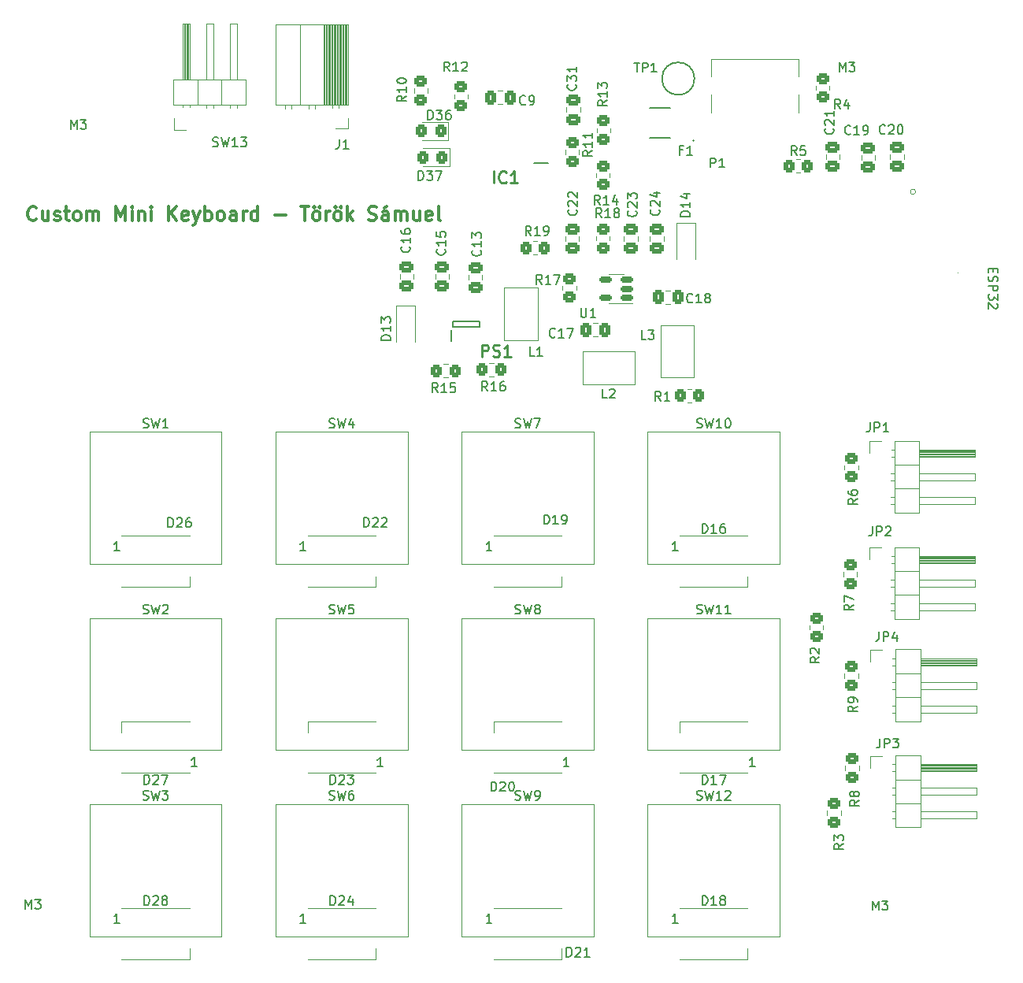
<source format=gto>
G04 #@! TF.GenerationSoftware,KiCad,Pcbnew,(6.0.0)*
G04 #@! TF.CreationDate,2022-08-09T12:25:01+02:00*
G04 #@! TF.ProjectId,keyboard_v1.0,6b657962-6f61-4726-945f-76312e302e6b,rev?*
G04 #@! TF.SameCoordinates,Original*
G04 #@! TF.FileFunction,Legend,Top*
G04 #@! TF.FilePolarity,Positive*
%FSLAX46Y46*%
G04 Gerber Fmt 4.6, Leading zero omitted, Abs format (unit mm)*
G04 Created by KiCad (PCBNEW (6.0.0)) date 2022-08-09 12:25:01*
%MOMM*%
%LPD*%
G01*
G04 APERTURE LIST*
G04 Aperture macros list*
%AMRoundRect*
0 Rectangle with rounded corners*
0 $1 Rounding radius*
0 $2 $3 $4 $5 $6 $7 $8 $9 X,Y pos of 4 corners*
0 Add a 4 corners polygon primitive as box body*
4,1,4,$2,$3,$4,$5,$6,$7,$8,$9,$2,$3,0*
0 Add four circle primitives for the rounded corners*
1,1,$1+$1,$2,$3*
1,1,$1+$1,$4,$5*
1,1,$1+$1,$6,$7*
1,1,$1+$1,$8,$9*
0 Add four rect primitives between the rounded corners*
20,1,$1+$1,$2,$3,$4,$5,0*
20,1,$1+$1,$4,$5,$6,$7,0*
20,1,$1+$1,$6,$7,$8,$9,0*
20,1,$1+$1,$8,$9,$2,$3,0*%
G04 Aperture macros list end*
%ADD10C,0.300000*%
%ADD11C,0.150000*%
%ADD12C,0.254000*%
%ADD13C,0.120000*%
%ADD14C,0.200000*%
%ADD15C,0.127000*%
%ADD16C,1.750000*%
%ADD17C,4.000000*%
%ADD18RoundRect,0.250000X-0.350000X-0.450000X0.350000X-0.450000X0.350000X0.450000X-0.350000X0.450000X0*%
%ADD19R,1.700000X1.700000*%
%ADD20O,1.700000X1.700000*%
%ADD21R,2.500000X1.500000*%
%ADD22R,1.500000X2.500000*%
%ADD23R,1.525000X0.700000*%
%ADD24R,2.513000X3.402000*%
%ADD25RoundRect,0.250000X0.325000X0.450000X-0.325000X0.450000X-0.325000X-0.450000X0.325000X-0.450000X0*%
%ADD26C,2.800000*%
%ADD27RoundRect,0.250000X0.450000X-0.350000X0.450000X0.350000X-0.450000X0.350000X-0.450000X-0.350000X0*%
%ADD28RoundRect,0.250000X0.475000X-0.337500X0.475000X0.337500X-0.475000X0.337500X-0.475000X-0.337500X0*%
%ADD29RoundRect,0.250000X-0.450000X0.350000X-0.450000X-0.350000X0.450000X-0.350000X0.450000X0.350000X0*%
%ADD30R,1.780000X3.150000*%
%ADD31RoundRect,0.250000X-0.475000X0.337500X-0.475000X-0.337500X0.475000X-0.337500X0.475000X0.337500X0*%
%ADD32C,3.200000*%
%ADD33RoundRect,0.250000X0.350000X0.450000X-0.350000X0.450000X-0.350000X-0.450000X0.350000X-0.450000X0*%
%ADD34RoundRect,0.250000X-0.337500X-0.475000X0.337500X-0.475000X0.337500X0.475000X-0.337500X0.475000X0*%
%ADD35R,1.500000X1.000000*%
%ADD36R,1.200000X0.900000*%
%ADD37R,0.900000X1.500000*%
%ADD38R,1.500000X0.900000*%
%ADD39R,0.900000X0.900000*%
%ADD40C,0.600000*%
%ADD41C,0.650000*%
%ADD42R,0.600000X1.450000*%
%ADD43R,0.300000X1.450000*%
%ADD44O,1.000000X2.100000*%
%ADD45O,1.000000X1.600000*%
%ADD46R,0.600000X1.200000*%
%ADD47RoundRect,0.250000X0.337500X0.475000X-0.337500X0.475000X-0.337500X-0.475000X0.337500X-0.475000X0*%
%ADD48RoundRect,0.150000X0.512500X0.150000X-0.512500X0.150000X-0.512500X-0.150000X0.512500X-0.150000X0*%
G04 APERTURE END LIST*
D10*
X44685714Y-47535714D02*
X44614285Y-47607142D01*
X44399999Y-47678571D01*
X44257142Y-47678571D01*
X44042857Y-47607142D01*
X43899999Y-47464285D01*
X43828571Y-47321428D01*
X43757142Y-47035714D01*
X43757142Y-46821428D01*
X43828571Y-46535714D01*
X43899999Y-46392857D01*
X44042857Y-46250000D01*
X44257142Y-46178571D01*
X44399999Y-46178571D01*
X44614285Y-46250000D01*
X44685714Y-46321428D01*
X45971428Y-46678571D02*
X45971428Y-47678571D01*
X45328571Y-46678571D02*
X45328571Y-47464285D01*
X45399999Y-47607142D01*
X45542857Y-47678571D01*
X45757142Y-47678571D01*
X45899999Y-47607142D01*
X45971428Y-47535714D01*
X46614285Y-47607142D02*
X46757142Y-47678571D01*
X47042857Y-47678571D01*
X47185714Y-47607142D01*
X47257142Y-47464285D01*
X47257142Y-47392857D01*
X47185714Y-47250000D01*
X47042857Y-47178571D01*
X46828571Y-47178571D01*
X46685714Y-47107142D01*
X46614285Y-46964285D01*
X46614285Y-46892857D01*
X46685714Y-46750000D01*
X46828571Y-46678571D01*
X47042857Y-46678571D01*
X47185714Y-46750000D01*
X47685714Y-46678571D02*
X48257142Y-46678571D01*
X47900000Y-46178571D02*
X47900000Y-47464285D01*
X47971428Y-47607142D01*
X48114285Y-47678571D01*
X48257142Y-47678571D01*
X48971428Y-47678571D02*
X48828571Y-47607142D01*
X48757142Y-47535714D01*
X48685714Y-47392857D01*
X48685714Y-46964285D01*
X48757142Y-46821428D01*
X48828571Y-46750000D01*
X48971428Y-46678571D01*
X49185714Y-46678571D01*
X49328571Y-46750000D01*
X49400000Y-46821428D01*
X49471428Y-46964285D01*
X49471428Y-47392857D01*
X49400000Y-47535714D01*
X49328571Y-47607142D01*
X49185714Y-47678571D01*
X48971428Y-47678571D01*
X50114285Y-47678571D02*
X50114285Y-46678571D01*
X50114285Y-46821428D02*
X50185714Y-46750000D01*
X50328571Y-46678571D01*
X50542857Y-46678571D01*
X50685714Y-46750000D01*
X50757142Y-46892857D01*
X50757142Y-47678571D01*
X50757142Y-46892857D02*
X50828571Y-46750000D01*
X50971428Y-46678571D01*
X51185714Y-46678571D01*
X51328571Y-46750000D01*
X51400000Y-46892857D01*
X51400000Y-47678571D01*
X53257142Y-47678571D02*
X53257142Y-46178571D01*
X53757142Y-47250000D01*
X54257142Y-46178571D01*
X54257142Y-47678571D01*
X54971428Y-47678571D02*
X54971428Y-46678571D01*
X54971428Y-46178571D02*
X54900000Y-46250000D01*
X54971428Y-46321428D01*
X55042857Y-46250000D01*
X54971428Y-46178571D01*
X54971428Y-46321428D01*
X55685714Y-46678571D02*
X55685714Y-47678571D01*
X55685714Y-46821428D02*
X55757142Y-46750000D01*
X55900000Y-46678571D01*
X56114285Y-46678571D01*
X56257142Y-46750000D01*
X56328571Y-46892857D01*
X56328571Y-47678571D01*
X57042857Y-47678571D02*
X57042857Y-46678571D01*
X57042857Y-46178571D02*
X56971428Y-46250000D01*
X57042857Y-46321428D01*
X57114285Y-46250000D01*
X57042857Y-46178571D01*
X57042857Y-46321428D01*
X58899999Y-47678571D02*
X58899999Y-46178571D01*
X59757142Y-47678571D02*
X59114285Y-46821428D01*
X59757142Y-46178571D02*
X58899999Y-47035714D01*
X60971428Y-47607142D02*
X60828571Y-47678571D01*
X60542857Y-47678571D01*
X60400000Y-47607142D01*
X60328571Y-47464285D01*
X60328571Y-46892857D01*
X60400000Y-46750000D01*
X60542857Y-46678571D01*
X60828571Y-46678571D01*
X60971428Y-46750000D01*
X61042857Y-46892857D01*
X61042857Y-47035714D01*
X60328571Y-47178571D01*
X61542857Y-46678571D02*
X61900000Y-47678571D01*
X62257142Y-46678571D02*
X61900000Y-47678571D01*
X61757142Y-48035714D01*
X61685714Y-48107142D01*
X61542857Y-48178571D01*
X62828571Y-47678571D02*
X62828571Y-46178571D01*
X62828571Y-46750000D02*
X62971428Y-46678571D01*
X63257142Y-46678571D01*
X63400000Y-46750000D01*
X63471428Y-46821428D01*
X63542857Y-46964285D01*
X63542857Y-47392857D01*
X63471428Y-47535714D01*
X63400000Y-47607142D01*
X63257142Y-47678571D01*
X62971428Y-47678571D01*
X62828571Y-47607142D01*
X64400000Y-47678571D02*
X64257142Y-47607142D01*
X64185714Y-47535714D01*
X64114285Y-47392857D01*
X64114285Y-46964285D01*
X64185714Y-46821428D01*
X64257142Y-46750000D01*
X64400000Y-46678571D01*
X64614285Y-46678571D01*
X64757142Y-46750000D01*
X64828571Y-46821428D01*
X64900000Y-46964285D01*
X64900000Y-47392857D01*
X64828571Y-47535714D01*
X64757142Y-47607142D01*
X64614285Y-47678571D01*
X64400000Y-47678571D01*
X66185714Y-47678571D02*
X66185714Y-46892857D01*
X66114285Y-46750000D01*
X65971428Y-46678571D01*
X65685714Y-46678571D01*
X65542857Y-46750000D01*
X66185714Y-47607142D02*
X66042857Y-47678571D01*
X65685714Y-47678571D01*
X65542857Y-47607142D01*
X65471428Y-47464285D01*
X65471428Y-47321428D01*
X65542857Y-47178571D01*
X65685714Y-47107142D01*
X66042857Y-47107142D01*
X66185714Y-47035714D01*
X66900000Y-47678571D02*
X66900000Y-46678571D01*
X66900000Y-46964285D02*
X66971428Y-46821428D01*
X67042857Y-46750000D01*
X67185714Y-46678571D01*
X67328571Y-46678571D01*
X68471428Y-47678571D02*
X68471428Y-46178571D01*
X68471428Y-47607142D02*
X68328571Y-47678571D01*
X68042857Y-47678571D01*
X67900000Y-47607142D01*
X67828571Y-47535714D01*
X67757142Y-47392857D01*
X67757142Y-46964285D01*
X67828571Y-46821428D01*
X67900000Y-46750000D01*
X68042857Y-46678571D01*
X68328571Y-46678571D01*
X68471428Y-46750000D01*
X70328571Y-47107142D02*
X71471428Y-47107142D01*
X73114285Y-46178571D02*
X73971428Y-46178571D01*
X73542857Y-47678571D02*
X73542857Y-46178571D01*
X74685714Y-47678571D02*
X74542857Y-47607142D01*
X74471428Y-47535714D01*
X74400000Y-47392857D01*
X74400000Y-46964285D01*
X74471428Y-46821428D01*
X74542857Y-46750000D01*
X74685714Y-46678571D01*
X74900000Y-46678571D01*
X75042857Y-46750000D01*
X75114285Y-46821428D01*
X75185714Y-46964285D01*
X75185714Y-47392857D01*
X75114285Y-47535714D01*
X75042857Y-47607142D01*
X74900000Y-47678571D01*
X74685714Y-47678571D01*
X74542857Y-46178571D02*
X74614285Y-46250000D01*
X74542857Y-46321428D01*
X74471428Y-46250000D01*
X74542857Y-46178571D01*
X74542857Y-46321428D01*
X75114285Y-46178571D02*
X75185714Y-46250000D01*
X75114285Y-46321428D01*
X75042857Y-46250000D01*
X75114285Y-46178571D01*
X75114285Y-46321428D01*
X75828571Y-47678571D02*
X75828571Y-46678571D01*
X75828571Y-46964285D02*
X75900000Y-46821428D01*
X75971428Y-46750000D01*
X76114285Y-46678571D01*
X76257142Y-46678571D01*
X76971428Y-47678571D02*
X76828571Y-47607142D01*
X76757142Y-47535714D01*
X76685714Y-47392857D01*
X76685714Y-46964285D01*
X76757142Y-46821428D01*
X76828571Y-46750000D01*
X76971428Y-46678571D01*
X77185714Y-46678571D01*
X77328571Y-46750000D01*
X77400000Y-46821428D01*
X77471428Y-46964285D01*
X77471428Y-47392857D01*
X77400000Y-47535714D01*
X77328571Y-47607142D01*
X77185714Y-47678571D01*
X76971428Y-47678571D01*
X76828571Y-46178571D02*
X76900000Y-46250000D01*
X76828571Y-46321428D01*
X76757142Y-46250000D01*
X76828571Y-46178571D01*
X76828571Y-46321428D01*
X77400000Y-46178571D02*
X77471428Y-46250000D01*
X77400000Y-46321428D01*
X77328571Y-46250000D01*
X77400000Y-46178571D01*
X77400000Y-46321428D01*
X78114285Y-47678571D02*
X78114285Y-46178571D01*
X78257142Y-47107142D02*
X78685714Y-47678571D01*
X78685714Y-46678571D02*
X78114285Y-47250000D01*
X80400000Y-47607142D02*
X80614285Y-47678571D01*
X80971428Y-47678571D01*
X81114285Y-47607142D01*
X81185714Y-47535714D01*
X81257142Y-47392857D01*
X81257142Y-47250000D01*
X81185714Y-47107142D01*
X81114285Y-47035714D01*
X80971428Y-46964285D01*
X80685714Y-46892857D01*
X80542857Y-46821428D01*
X80471428Y-46750000D01*
X80400000Y-46607142D01*
X80400000Y-46464285D01*
X80471428Y-46321428D01*
X80542857Y-46250000D01*
X80685714Y-46178571D01*
X81042857Y-46178571D01*
X81257142Y-46250000D01*
X82542857Y-47678571D02*
X82542857Y-46892857D01*
X82471428Y-46750000D01*
X82328571Y-46678571D01*
X82042857Y-46678571D01*
X81900000Y-46750000D01*
X82542857Y-47607142D02*
X82400000Y-47678571D01*
X82042857Y-47678571D01*
X81900000Y-47607142D01*
X81828571Y-47464285D01*
X81828571Y-47321428D01*
X81900000Y-47178571D01*
X82042857Y-47107142D01*
X82400000Y-47107142D01*
X82542857Y-47035714D01*
X82328571Y-46107142D02*
X82114285Y-46321428D01*
X83257142Y-47678571D02*
X83257142Y-46678571D01*
X83257142Y-46821428D02*
X83328571Y-46750000D01*
X83471428Y-46678571D01*
X83685714Y-46678571D01*
X83828571Y-46750000D01*
X83900000Y-46892857D01*
X83900000Y-47678571D01*
X83900000Y-46892857D02*
X83971428Y-46750000D01*
X84114285Y-46678571D01*
X84328571Y-46678571D01*
X84471428Y-46750000D01*
X84542857Y-46892857D01*
X84542857Y-47678571D01*
X85900000Y-46678571D02*
X85900000Y-47678571D01*
X85257142Y-46678571D02*
X85257142Y-47464285D01*
X85328571Y-47607142D01*
X85471428Y-47678571D01*
X85685714Y-47678571D01*
X85828571Y-47607142D01*
X85900000Y-47535714D01*
X87185714Y-47607142D02*
X87042857Y-47678571D01*
X86757142Y-47678571D01*
X86614285Y-47607142D01*
X86542857Y-47464285D01*
X86542857Y-46892857D01*
X86614285Y-46750000D01*
X86757142Y-46678571D01*
X87042857Y-46678571D01*
X87185714Y-46750000D01*
X87257142Y-46892857D01*
X87257142Y-47035714D01*
X86542857Y-47178571D01*
X88114285Y-47678571D02*
X87971428Y-47607142D01*
X87900000Y-47464285D01*
X87900000Y-46178571D01*
D11*
X96166666Y-109904761D02*
X96309523Y-109952380D01*
X96547619Y-109952380D01*
X96642857Y-109904761D01*
X96690476Y-109857142D01*
X96738095Y-109761904D01*
X96738095Y-109666666D01*
X96690476Y-109571428D01*
X96642857Y-109523809D01*
X96547619Y-109476190D01*
X96357142Y-109428571D01*
X96261904Y-109380952D01*
X96214285Y-109333333D01*
X96166666Y-109238095D01*
X96166666Y-109142857D01*
X96214285Y-109047619D01*
X96261904Y-109000000D01*
X96357142Y-108952380D01*
X96595238Y-108952380D01*
X96738095Y-109000000D01*
X97071428Y-108952380D02*
X97309523Y-109952380D01*
X97500000Y-109238095D01*
X97690476Y-109952380D01*
X97928571Y-108952380D01*
X98357142Y-109952380D02*
X98547619Y-109952380D01*
X98642857Y-109904761D01*
X98690476Y-109857142D01*
X98785714Y-109714285D01*
X98833333Y-109523809D01*
X98833333Y-109142857D01*
X98785714Y-109047619D01*
X98738095Y-109000000D01*
X98642857Y-108952380D01*
X98452380Y-108952380D01*
X98357142Y-109000000D01*
X98309523Y-109047619D01*
X98261904Y-109142857D01*
X98261904Y-109380952D01*
X98309523Y-109476190D01*
X98357142Y-109523809D01*
X98452380Y-109571428D01*
X98642857Y-109571428D01*
X98738095Y-109523809D01*
X98785714Y-109476190D01*
X98833333Y-109380952D01*
X126433333Y-40652380D02*
X126100000Y-40176190D01*
X125861904Y-40652380D02*
X125861904Y-39652380D01*
X126242857Y-39652380D01*
X126338095Y-39700000D01*
X126385714Y-39747619D01*
X126433333Y-39842857D01*
X126433333Y-39985714D01*
X126385714Y-40080952D01*
X126338095Y-40128571D01*
X126242857Y-40176190D01*
X125861904Y-40176190D01*
X127338095Y-39652380D02*
X126861904Y-39652380D01*
X126814285Y-40128571D01*
X126861904Y-40080952D01*
X126957142Y-40033333D01*
X127195238Y-40033333D01*
X127290476Y-40080952D01*
X127338095Y-40128571D01*
X127385714Y-40223809D01*
X127385714Y-40461904D01*
X127338095Y-40557142D01*
X127290476Y-40604761D01*
X127195238Y-40652380D01*
X126957142Y-40652380D01*
X126861904Y-40604761D01*
X126814285Y-40557142D01*
X135366666Y-103352380D02*
X135366666Y-104066666D01*
X135319047Y-104209523D01*
X135223809Y-104304761D01*
X135080952Y-104352380D01*
X134985714Y-104352380D01*
X135842857Y-104352380D02*
X135842857Y-103352380D01*
X136223809Y-103352380D01*
X136319047Y-103400000D01*
X136366666Y-103447619D01*
X136414285Y-103542857D01*
X136414285Y-103685714D01*
X136366666Y-103780952D01*
X136319047Y-103828571D01*
X136223809Y-103876190D01*
X135842857Y-103876190D01*
X136747619Y-103352380D02*
X137366666Y-103352380D01*
X137033333Y-103733333D01*
X137176190Y-103733333D01*
X137271428Y-103780952D01*
X137319047Y-103828571D01*
X137366666Y-103923809D01*
X137366666Y-104161904D01*
X137319047Y-104257142D01*
X137271428Y-104304761D01*
X137176190Y-104352380D01*
X136890476Y-104352380D01*
X136795238Y-104304761D01*
X136747619Y-104257142D01*
X110233333Y-60452380D02*
X109757142Y-60452380D01*
X109757142Y-59452380D01*
X110471428Y-59452380D02*
X111090476Y-59452380D01*
X110757142Y-59833333D01*
X110900000Y-59833333D01*
X110995238Y-59880952D01*
X111042857Y-59928571D01*
X111090476Y-60023809D01*
X111090476Y-60261904D01*
X111042857Y-60357142D01*
X110995238Y-60404761D01*
X110900000Y-60452380D01*
X110614285Y-60452380D01*
X110519047Y-60404761D01*
X110471428Y-60357142D01*
X106033333Y-66750380D02*
X105557142Y-66750380D01*
X105557142Y-65750380D01*
X106319047Y-65845619D02*
X106366666Y-65798000D01*
X106461904Y-65750380D01*
X106700000Y-65750380D01*
X106795238Y-65798000D01*
X106842857Y-65845619D01*
X106890476Y-65940857D01*
X106890476Y-66036095D01*
X106842857Y-66178952D01*
X106271428Y-66750380D01*
X106890476Y-66750380D01*
D12*
X93860238Y-43630523D02*
X93860238Y-42360523D01*
X95190714Y-43509571D02*
X95130238Y-43570047D01*
X94948809Y-43630523D01*
X94827857Y-43630523D01*
X94646428Y-43570047D01*
X94525476Y-43449095D01*
X94465000Y-43328142D01*
X94404523Y-43086238D01*
X94404523Y-42904809D01*
X94465000Y-42662904D01*
X94525476Y-42541952D01*
X94646428Y-42421000D01*
X94827857Y-42360523D01*
X94948809Y-42360523D01*
X95130238Y-42421000D01*
X95190714Y-42481476D01*
X96400238Y-43630523D02*
X95674523Y-43630523D01*
X96037380Y-43630523D02*
X96037380Y-42360523D01*
X95916428Y-42541952D01*
X95795476Y-42662904D01*
X95674523Y-42723380D01*
D11*
X86785714Y-36805380D02*
X86785714Y-35805380D01*
X87023809Y-35805380D01*
X87166666Y-35853000D01*
X87261904Y-35948238D01*
X87309523Y-36043476D01*
X87357142Y-36233952D01*
X87357142Y-36376809D01*
X87309523Y-36567285D01*
X87261904Y-36662523D01*
X87166666Y-36757761D01*
X87023809Y-36805380D01*
X86785714Y-36805380D01*
X87690476Y-35805380D02*
X88309523Y-35805380D01*
X87976190Y-36186333D01*
X88119047Y-36186333D01*
X88214285Y-36233952D01*
X88261904Y-36281571D01*
X88309523Y-36376809D01*
X88309523Y-36614904D01*
X88261904Y-36710142D01*
X88214285Y-36757761D01*
X88119047Y-36805380D01*
X87833333Y-36805380D01*
X87738095Y-36757761D01*
X87690476Y-36710142D01*
X89166666Y-35805380D02*
X88976190Y-35805380D01*
X88880952Y-35853000D01*
X88833333Y-35900619D01*
X88738095Y-36043476D01*
X88690476Y-36233952D01*
X88690476Y-36614904D01*
X88738095Y-36710142D01*
X88785714Y-36757761D01*
X88880952Y-36805380D01*
X89071428Y-36805380D01*
X89166666Y-36757761D01*
X89214285Y-36710142D01*
X89261904Y-36614904D01*
X89261904Y-36376809D01*
X89214285Y-36281571D01*
X89166666Y-36233952D01*
X89071428Y-36186333D01*
X88880952Y-36186333D01*
X88785714Y-36233952D01*
X88738095Y-36281571D01*
X88690476Y-36376809D01*
X56166666Y-69904761D02*
X56309523Y-69952380D01*
X56547619Y-69952380D01*
X56642857Y-69904761D01*
X56690476Y-69857142D01*
X56738095Y-69761904D01*
X56738095Y-69666666D01*
X56690476Y-69571428D01*
X56642857Y-69523809D01*
X56547619Y-69476190D01*
X56357142Y-69428571D01*
X56261904Y-69380952D01*
X56214285Y-69333333D01*
X56166666Y-69238095D01*
X56166666Y-69142857D01*
X56214285Y-69047619D01*
X56261904Y-69000000D01*
X56357142Y-68952380D01*
X56595238Y-68952380D01*
X56738095Y-69000000D01*
X57071428Y-68952380D02*
X57309523Y-69952380D01*
X57500000Y-69238095D01*
X57690476Y-69952380D01*
X57928571Y-68952380D01*
X58833333Y-69952380D02*
X58261904Y-69952380D01*
X58547619Y-69952380D02*
X58547619Y-68952380D01*
X58452380Y-69095238D01*
X58357142Y-69190476D01*
X58261904Y-69238095D01*
X134310666Y-69379380D02*
X134310666Y-70093666D01*
X134263047Y-70236523D01*
X134167809Y-70331761D01*
X134024952Y-70379380D01*
X133929714Y-70379380D01*
X134786857Y-70379380D02*
X134786857Y-69379380D01*
X135167809Y-69379380D01*
X135263047Y-69427000D01*
X135310666Y-69474619D01*
X135358285Y-69569857D01*
X135358285Y-69712714D01*
X135310666Y-69807952D01*
X135263047Y-69855571D01*
X135167809Y-69903190D01*
X134786857Y-69903190D01*
X136310666Y-70379380D02*
X135739238Y-70379380D01*
X136024952Y-70379380D02*
X136024952Y-69379380D01*
X135929714Y-69522238D01*
X135834476Y-69617476D01*
X135739238Y-69665095D01*
X108947095Y-30707380D02*
X109518523Y-30707380D01*
X109232809Y-31707380D02*
X109232809Y-30707380D01*
X109851857Y-31707380D02*
X109851857Y-30707380D01*
X110232809Y-30707380D01*
X110328047Y-30755000D01*
X110375666Y-30802619D01*
X110423285Y-30897857D01*
X110423285Y-31040714D01*
X110375666Y-31135952D01*
X110328047Y-31183571D01*
X110232809Y-31231190D01*
X109851857Y-31231190D01*
X111375666Y-31707380D02*
X110804238Y-31707380D01*
X111089952Y-31707380D02*
X111089952Y-30707380D01*
X110994714Y-30850238D01*
X110899476Y-30945476D01*
X110804238Y-30993095D01*
X132520380Y-88954666D02*
X132044190Y-89288000D01*
X132520380Y-89526095D02*
X131520380Y-89526095D01*
X131520380Y-89145142D01*
X131568000Y-89049904D01*
X131615619Y-89002285D01*
X131710857Y-88954666D01*
X131853714Y-88954666D01*
X131948952Y-89002285D01*
X131996571Y-89049904D01*
X132044190Y-89145142D01*
X132044190Y-89526095D01*
X131520380Y-88621333D02*
X131520380Y-87954666D01*
X132520380Y-88383238D01*
X92424142Y-50851857D02*
X92471761Y-50899476D01*
X92519380Y-51042333D01*
X92519380Y-51137571D01*
X92471761Y-51280428D01*
X92376523Y-51375666D01*
X92281285Y-51423285D01*
X92090809Y-51470904D01*
X91947952Y-51470904D01*
X91757476Y-51423285D01*
X91662238Y-51375666D01*
X91567000Y-51280428D01*
X91519380Y-51137571D01*
X91519380Y-51042333D01*
X91567000Y-50899476D01*
X91614619Y-50851857D01*
X92519380Y-49899476D02*
X92519380Y-50470904D01*
X92519380Y-50185190D02*
X91519380Y-50185190D01*
X91662238Y-50280428D01*
X91757476Y-50375666D01*
X91805095Y-50470904D01*
X91519380Y-49566142D02*
X91519380Y-48947095D01*
X91900333Y-49280428D01*
X91900333Y-49137571D01*
X91947952Y-49042333D01*
X91995571Y-48994714D01*
X92090809Y-48947095D01*
X92328904Y-48947095D01*
X92424142Y-48994714D01*
X92471761Y-49042333D01*
X92519380Y-49137571D01*
X92519380Y-49423285D01*
X92471761Y-49518523D01*
X92424142Y-49566142D01*
X131452380Y-114666666D02*
X130976190Y-115000000D01*
X131452380Y-115238095D02*
X130452380Y-115238095D01*
X130452380Y-114857142D01*
X130500000Y-114761904D01*
X130547619Y-114714285D01*
X130642857Y-114666666D01*
X130785714Y-114666666D01*
X130880952Y-114714285D01*
X130928571Y-114761904D01*
X130976190Y-114857142D01*
X130976190Y-115238095D01*
X130452380Y-114333333D02*
X130452380Y-113714285D01*
X130833333Y-114047619D01*
X130833333Y-113904761D01*
X130880952Y-113809523D01*
X130928571Y-113761904D01*
X131023809Y-113714285D01*
X131261904Y-113714285D01*
X131357142Y-113761904D01*
X131404761Y-113809523D01*
X131452380Y-113904761D01*
X131452380Y-114190476D01*
X131404761Y-114285714D01*
X131357142Y-114333333D01*
X114152136Y-40091457D02*
X113818272Y-40091457D01*
X113818272Y-40616100D02*
X113818272Y-39614509D01*
X114295220Y-39614509D01*
X115201422Y-40616100D02*
X114629084Y-40616100D01*
X114915253Y-40616100D02*
X114915253Y-39614509D01*
X114819863Y-39757594D01*
X114724474Y-39852983D01*
X114629084Y-39900678D01*
X111607142Y-46482857D02*
X111654761Y-46530476D01*
X111702380Y-46673333D01*
X111702380Y-46768571D01*
X111654761Y-46911428D01*
X111559523Y-47006666D01*
X111464285Y-47054285D01*
X111273809Y-47101904D01*
X111130952Y-47101904D01*
X110940476Y-47054285D01*
X110845238Y-47006666D01*
X110750000Y-46911428D01*
X110702380Y-46768571D01*
X110702380Y-46673333D01*
X110750000Y-46530476D01*
X110797619Y-46482857D01*
X110797619Y-46101904D02*
X110750000Y-46054285D01*
X110702380Y-45959047D01*
X110702380Y-45720952D01*
X110750000Y-45625714D01*
X110797619Y-45578095D01*
X110892857Y-45530476D01*
X110988095Y-45530476D01*
X111130952Y-45578095D01*
X111702380Y-46149523D01*
X111702380Y-45530476D01*
X111035714Y-44673333D02*
X111702380Y-44673333D01*
X110654761Y-44911428D02*
X111369047Y-45149523D01*
X111369047Y-44530476D01*
X134562476Y-121787380D02*
X134562476Y-120787380D01*
X134895809Y-121501666D01*
X135229142Y-120787380D01*
X135229142Y-121787380D01*
X135610095Y-120787380D02*
X136229142Y-120787380D01*
X135895809Y-121168333D01*
X136038666Y-121168333D01*
X136133904Y-121215952D01*
X136181523Y-121263571D01*
X136229142Y-121358809D01*
X136229142Y-121596904D01*
X136181523Y-121692142D01*
X136133904Y-121739761D01*
X136038666Y-121787380D01*
X135752952Y-121787380D01*
X135657714Y-121739761D01*
X135610095Y-121692142D01*
X106052380Y-34742857D02*
X105576190Y-35076190D01*
X106052380Y-35314285D02*
X105052380Y-35314285D01*
X105052380Y-34933333D01*
X105100000Y-34838095D01*
X105147619Y-34790476D01*
X105242857Y-34742857D01*
X105385714Y-34742857D01*
X105480952Y-34790476D01*
X105528571Y-34838095D01*
X105576190Y-34933333D01*
X105576190Y-35314285D01*
X106052380Y-33790476D02*
X106052380Y-34361904D01*
X106052380Y-34076190D02*
X105052380Y-34076190D01*
X105195238Y-34171428D01*
X105290476Y-34266666D01*
X105338095Y-34361904D01*
X105052380Y-33457142D02*
X105052380Y-32838095D01*
X105433333Y-33171428D01*
X105433333Y-33028571D01*
X105480952Y-32933333D01*
X105528571Y-32885714D01*
X105623809Y-32838095D01*
X105861904Y-32838095D01*
X105957142Y-32885714D01*
X106004761Y-32933333D01*
X106052380Y-33028571D01*
X106052380Y-33314285D01*
X106004761Y-33409523D01*
X105957142Y-33457142D01*
X102747142Y-46489857D02*
X102794761Y-46537476D01*
X102842380Y-46680333D01*
X102842380Y-46775571D01*
X102794761Y-46918428D01*
X102699523Y-47013666D01*
X102604285Y-47061285D01*
X102413809Y-47108904D01*
X102270952Y-47108904D01*
X102080476Y-47061285D01*
X101985238Y-47013666D01*
X101890000Y-46918428D01*
X101842380Y-46775571D01*
X101842380Y-46680333D01*
X101890000Y-46537476D01*
X101937619Y-46489857D01*
X101937619Y-46108904D02*
X101890000Y-46061285D01*
X101842380Y-45966047D01*
X101842380Y-45727952D01*
X101890000Y-45632714D01*
X101937619Y-45585095D01*
X102032857Y-45537476D01*
X102128095Y-45537476D01*
X102270952Y-45585095D01*
X102842380Y-46156523D01*
X102842380Y-45537476D01*
X101937619Y-45156523D02*
X101890000Y-45108904D01*
X101842380Y-45013666D01*
X101842380Y-44775571D01*
X101890000Y-44680333D01*
X101937619Y-44632714D01*
X102032857Y-44585095D01*
X102128095Y-44585095D01*
X102270952Y-44632714D01*
X102842380Y-45204142D01*
X102842380Y-44585095D01*
X111821333Y-67039380D02*
X111488000Y-66563190D01*
X111249904Y-67039380D02*
X111249904Y-66039380D01*
X111630857Y-66039380D01*
X111726095Y-66087000D01*
X111773714Y-66134619D01*
X111821333Y-66229857D01*
X111821333Y-66372714D01*
X111773714Y-66467952D01*
X111726095Y-66515571D01*
X111630857Y-66563190D01*
X111249904Y-66563190D01*
X112773714Y-67039380D02*
X112202285Y-67039380D01*
X112488000Y-67039380D02*
X112488000Y-66039380D01*
X112392761Y-66182238D01*
X112297523Y-66277476D01*
X112202285Y-66325095D01*
X135935142Y-38286142D02*
X135887523Y-38333761D01*
X135744666Y-38381380D01*
X135649428Y-38381380D01*
X135506571Y-38333761D01*
X135411333Y-38238523D01*
X135363714Y-38143285D01*
X135316095Y-37952809D01*
X135316095Y-37809952D01*
X135363714Y-37619476D01*
X135411333Y-37524238D01*
X135506571Y-37429000D01*
X135649428Y-37381380D01*
X135744666Y-37381380D01*
X135887523Y-37429000D01*
X135935142Y-37476619D01*
X136316095Y-37476619D02*
X136363714Y-37429000D01*
X136458952Y-37381380D01*
X136697047Y-37381380D01*
X136792285Y-37429000D01*
X136839904Y-37476619D01*
X136887523Y-37571857D01*
X136887523Y-37667095D01*
X136839904Y-37809952D01*
X136268476Y-38381380D01*
X136887523Y-38381380D01*
X137506571Y-37381380D02*
X137601809Y-37381380D01*
X137697047Y-37429000D01*
X137744666Y-37476619D01*
X137792285Y-37571857D01*
X137839904Y-37762333D01*
X137839904Y-38000428D01*
X137792285Y-38190904D01*
X137744666Y-38286142D01*
X137697047Y-38333761D01*
X137601809Y-38381380D01*
X137506571Y-38381380D01*
X137411333Y-38333761D01*
X137363714Y-38286142D01*
X137316095Y-38190904D01*
X137268476Y-38000428D01*
X137268476Y-37762333D01*
X137316095Y-37571857D01*
X137363714Y-37476619D01*
X137411333Y-37429000D01*
X137506571Y-37381380D01*
X115223142Y-56407142D02*
X115175523Y-56454761D01*
X115032666Y-56502380D01*
X114937428Y-56502380D01*
X114794571Y-56454761D01*
X114699333Y-56359523D01*
X114651714Y-56264285D01*
X114604095Y-56073809D01*
X114604095Y-55930952D01*
X114651714Y-55740476D01*
X114699333Y-55645238D01*
X114794571Y-55550000D01*
X114937428Y-55502380D01*
X115032666Y-55502380D01*
X115175523Y-55550000D01*
X115223142Y-55597619D01*
X116175523Y-56502380D02*
X115604095Y-56502380D01*
X115889809Y-56502380D02*
X115889809Y-55502380D01*
X115794571Y-55645238D01*
X115699333Y-55740476D01*
X115604095Y-55788095D01*
X116746952Y-55930952D02*
X116651714Y-55883333D01*
X116604095Y-55835714D01*
X116556476Y-55740476D01*
X116556476Y-55692857D01*
X116604095Y-55597619D01*
X116651714Y-55550000D01*
X116746952Y-55502380D01*
X116937428Y-55502380D01*
X117032666Y-55550000D01*
X117080285Y-55597619D01*
X117127904Y-55692857D01*
X117127904Y-55740476D01*
X117080285Y-55835714D01*
X117032666Y-55883333D01*
X116937428Y-55930952D01*
X116746952Y-55930952D01*
X116651714Y-55978571D01*
X116604095Y-56026190D01*
X116556476Y-56121428D01*
X116556476Y-56311904D01*
X116604095Y-56407142D01*
X116651714Y-56454761D01*
X116746952Y-56502380D01*
X116937428Y-56502380D01*
X117032666Y-56454761D01*
X117080285Y-56407142D01*
X117127904Y-56311904D01*
X117127904Y-56121428D01*
X117080285Y-56026190D01*
X117032666Y-55978571D01*
X116937428Y-55930952D01*
X116285714Y-121252380D02*
X116285714Y-120252380D01*
X116523809Y-120252380D01*
X116666666Y-120300000D01*
X116761904Y-120395238D01*
X116809523Y-120490476D01*
X116857142Y-120680952D01*
X116857142Y-120823809D01*
X116809523Y-121014285D01*
X116761904Y-121109523D01*
X116666666Y-121204761D01*
X116523809Y-121252380D01*
X116285714Y-121252380D01*
X117809523Y-121252380D02*
X117238095Y-121252380D01*
X117523809Y-121252380D02*
X117523809Y-120252380D01*
X117428571Y-120395238D01*
X117333333Y-120490476D01*
X117238095Y-120538095D01*
X118380952Y-120680952D02*
X118285714Y-120633333D01*
X118238095Y-120585714D01*
X118190476Y-120490476D01*
X118190476Y-120442857D01*
X118238095Y-120347619D01*
X118285714Y-120300000D01*
X118380952Y-120252380D01*
X118571428Y-120252380D01*
X118666666Y-120300000D01*
X118714285Y-120347619D01*
X118761904Y-120442857D01*
X118761904Y-120490476D01*
X118714285Y-120585714D01*
X118666666Y-120633333D01*
X118571428Y-120680952D01*
X118380952Y-120680952D01*
X118285714Y-120728571D01*
X118238095Y-120776190D01*
X118190476Y-120871428D01*
X118190476Y-121061904D01*
X118238095Y-121157142D01*
X118285714Y-121204761D01*
X118380952Y-121252380D01*
X118571428Y-121252380D01*
X118666666Y-121204761D01*
X118714285Y-121157142D01*
X118761904Y-121061904D01*
X118761904Y-120871428D01*
X118714285Y-120776190D01*
X118666666Y-120728571D01*
X118571428Y-120680952D01*
X113635714Y-123152380D02*
X113064285Y-123152380D01*
X113350000Y-123152380D02*
X113350000Y-122152380D01*
X113254761Y-122295238D01*
X113159523Y-122390476D01*
X113064285Y-122438095D01*
X132952380Y-77566666D02*
X132476190Y-77900000D01*
X132952380Y-78138095D02*
X131952380Y-78138095D01*
X131952380Y-77757142D01*
X132000000Y-77661904D01*
X132047619Y-77614285D01*
X132142857Y-77566666D01*
X132285714Y-77566666D01*
X132380952Y-77614285D01*
X132428571Y-77661904D01*
X132476190Y-77757142D01*
X132476190Y-78138095D01*
X131952380Y-76709523D02*
X131952380Y-76900000D01*
X132000000Y-76995238D01*
X132047619Y-77042857D01*
X132190476Y-77138095D01*
X132380952Y-77185714D01*
X132761904Y-77185714D01*
X132857142Y-77138095D01*
X132904761Y-77090476D01*
X132952380Y-76995238D01*
X132952380Y-76804761D01*
X132904761Y-76709523D01*
X132857142Y-76661904D01*
X132761904Y-76614285D01*
X132523809Y-76614285D01*
X132428571Y-76661904D01*
X132380952Y-76709523D01*
X132333333Y-76804761D01*
X132333333Y-76995238D01*
X132380952Y-77090476D01*
X132428571Y-77138095D01*
X132523809Y-77185714D01*
X98233333Y-62252380D02*
X97757142Y-62252380D01*
X97757142Y-61252380D01*
X99090476Y-62252380D02*
X98519047Y-62252380D01*
X98804761Y-62252380D02*
X98804761Y-61252380D01*
X98709523Y-61395238D01*
X98614285Y-61490476D01*
X98519047Y-61538095D01*
X77266666Y-38952380D02*
X77266666Y-39666666D01*
X77219047Y-39809523D01*
X77123809Y-39904761D01*
X76980952Y-39952380D01*
X76885714Y-39952380D01*
X78266666Y-39952380D02*
X77695238Y-39952380D01*
X77980952Y-39952380D02*
X77980952Y-38952380D01*
X77885714Y-39095238D01*
X77790476Y-39190476D01*
X77695238Y-39238095D01*
X96166666Y-69904761D02*
X96309523Y-69952380D01*
X96547619Y-69952380D01*
X96642857Y-69904761D01*
X96690476Y-69857142D01*
X96738095Y-69761904D01*
X96738095Y-69666666D01*
X96690476Y-69571428D01*
X96642857Y-69523809D01*
X96547619Y-69476190D01*
X96357142Y-69428571D01*
X96261904Y-69380952D01*
X96214285Y-69333333D01*
X96166666Y-69238095D01*
X96166666Y-69142857D01*
X96214285Y-69047619D01*
X96261904Y-69000000D01*
X96357142Y-68952380D01*
X96595238Y-68952380D01*
X96738095Y-69000000D01*
X97071428Y-68952380D02*
X97309523Y-69952380D01*
X97500000Y-69238095D01*
X97690476Y-69952380D01*
X97928571Y-68952380D01*
X98214285Y-68952380D02*
X98880952Y-68952380D01*
X98452380Y-69952380D01*
X116285714Y-108252380D02*
X116285714Y-107252380D01*
X116523809Y-107252380D01*
X116666666Y-107300000D01*
X116761904Y-107395238D01*
X116809523Y-107490476D01*
X116857142Y-107680952D01*
X116857142Y-107823809D01*
X116809523Y-108014285D01*
X116761904Y-108109523D01*
X116666666Y-108204761D01*
X116523809Y-108252380D01*
X116285714Y-108252380D01*
X117809523Y-108252380D02*
X117238095Y-108252380D01*
X117523809Y-108252380D02*
X117523809Y-107252380D01*
X117428571Y-107395238D01*
X117333333Y-107490476D01*
X117238095Y-107538095D01*
X118142857Y-107252380D02*
X118809523Y-107252380D01*
X118380952Y-108252380D01*
X121935714Y-106352380D02*
X121364285Y-106352380D01*
X121650000Y-106352380D02*
X121650000Y-105352380D01*
X121554761Y-105495238D01*
X121459523Y-105590476D01*
X121364285Y-105638095D01*
X63663476Y-39672761D02*
X63806333Y-39720380D01*
X64044428Y-39720380D01*
X64139666Y-39672761D01*
X64187285Y-39625142D01*
X64234904Y-39529904D01*
X64234904Y-39434666D01*
X64187285Y-39339428D01*
X64139666Y-39291809D01*
X64044428Y-39244190D01*
X63853952Y-39196571D01*
X63758714Y-39148952D01*
X63711095Y-39101333D01*
X63663476Y-39006095D01*
X63663476Y-38910857D01*
X63711095Y-38815619D01*
X63758714Y-38768000D01*
X63853952Y-38720380D01*
X64092047Y-38720380D01*
X64234904Y-38768000D01*
X64568238Y-38720380D02*
X64806333Y-39720380D01*
X64996809Y-39006095D01*
X65187285Y-39720380D01*
X65425380Y-38720380D01*
X66330142Y-39720380D02*
X65758714Y-39720380D01*
X66044428Y-39720380D02*
X66044428Y-38720380D01*
X65949190Y-38863238D01*
X65853952Y-38958476D01*
X65758714Y-39006095D01*
X66663476Y-38720380D02*
X67282523Y-38720380D01*
X66949190Y-39101333D01*
X67092047Y-39101333D01*
X67187285Y-39148952D01*
X67234904Y-39196571D01*
X67282523Y-39291809D01*
X67282523Y-39529904D01*
X67234904Y-39625142D01*
X67187285Y-39672761D01*
X67092047Y-39720380D01*
X66806333Y-39720380D01*
X66711095Y-39672761D01*
X66663476Y-39625142D01*
X115690476Y-69904761D02*
X115833333Y-69952380D01*
X116071428Y-69952380D01*
X116166666Y-69904761D01*
X116214285Y-69857142D01*
X116261904Y-69761904D01*
X116261904Y-69666666D01*
X116214285Y-69571428D01*
X116166666Y-69523809D01*
X116071428Y-69476190D01*
X115880952Y-69428571D01*
X115785714Y-69380952D01*
X115738095Y-69333333D01*
X115690476Y-69238095D01*
X115690476Y-69142857D01*
X115738095Y-69047619D01*
X115785714Y-69000000D01*
X115880952Y-68952380D01*
X116119047Y-68952380D01*
X116261904Y-69000000D01*
X116595238Y-68952380D02*
X116833333Y-69952380D01*
X117023809Y-69238095D01*
X117214285Y-69952380D01*
X117452380Y-68952380D01*
X118357142Y-69952380D02*
X117785714Y-69952380D01*
X118071428Y-69952380D02*
X118071428Y-68952380D01*
X117976190Y-69095238D01*
X117880952Y-69190476D01*
X117785714Y-69238095D01*
X118976190Y-68952380D02*
X119071428Y-68952380D01*
X119166666Y-69000000D01*
X119214285Y-69047619D01*
X119261904Y-69142857D01*
X119309523Y-69333333D01*
X119309523Y-69571428D01*
X119261904Y-69761904D01*
X119214285Y-69857142D01*
X119166666Y-69904761D01*
X119071428Y-69952380D01*
X118976190Y-69952380D01*
X118880952Y-69904761D01*
X118833333Y-69857142D01*
X118785714Y-69761904D01*
X118738095Y-69571428D01*
X118738095Y-69333333D01*
X118785714Y-69142857D01*
X118833333Y-69047619D01*
X118880952Y-69000000D01*
X118976190Y-68952380D01*
X131133333Y-35652380D02*
X130800000Y-35176190D01*
X130561904Y-35652380D02*
X130561904Y-34652380D01*
X130942857Y-34652380D01*
X131038095Y-34700000D01*
X131085714Y-34747619D01*
X131133333Y-34842857D01*
X131133333Y-34985714D01*
X131085714Y-35080952D01*
X131038095Y-35128571D01*
X130942857Y-35176190D01*
X130561904Y-35176190D01*
X131990476Y-34985714D02*
X131990476Y-35652380D01*
X131752380Y-34604761D02*
X131514285Y-35319047D01*
X132133333Y-35319047D01*
X87849142Y-66134380D02*
X87515809Y-65658190D01*
X87277714Y-66134380D02*
X87277714Y-65134380D01*
X87658666Y-65134380D01*
X87753904Y-65182000D01*
X87801523Y-65229619D01*
X87849142Y-65324857D01*
X87849142Y-65467714D01*
X87801523Y-65562952D01*
X87753904Y-65610571D01*
X87658666Y-65658190D01*
X87277714Y-65658190D01*
X88801523Y-66134380D02*
X88230095Y-66134380D01*
X88515809Y-66134380D02*
X88515809Y-65134380D01*
X88420571Y-65277238D01*
X88325333Y-65372476D01*
X88230095Y-65420095D01*
X89706285Y-65134380D02*
X89230095Y-65134380D01*
X89182476Y-65610571D01*
X89230095Y-65562952D01*
X89325333Y-65515333D01*
X89563428Y-65515333D01*
X89658666Y-65562952D01*
X89706285Y-65610571D01*
X89753904Y-65705809D01*
X89753904Y-65943904D01*
X89706285Y-66039142D01*
X89658666Y-66086761D01*
X89563428Y-66134380D01*
X89325333Y-66134380D01*
X89230095Y-66086761D01*
X89182476Y-66039142D01*
X58838714Y-80626380D02*
X58838714Y-79626380D01*
X59076809Y-79626380D01*
X59219666Y-79674000D01*
X59314904Y-79769238D01*
X59362523Y-79864476D01*
X59410142Y-80054952D01*
X59410142Y-80197809D01*
X59362523Y-80388285D01*
X59314904Y-80483523D01*
X59219666Y-80578761D01*
X59076809Y-80626380D01*
X58838714Y-80626380D01*
X59791095Y-79721619D02*
X59838714Y-79674000D01*
X59933952Y-79626380D01*
X60172047Y-79626380D01*
X60267285Y-79674000D01*
X60314904Y-79721619D01*
X60362523Y-79816857D01*
X60362523Y-79912095D01*
X60314904Y-80054952D01*
X59743476Y-80626380D01*
X60362523Y-80626380D01*
X61219666Y-79626380D02*
X61029190Y-79626380D01*
X60933952Y-79674000D01*
X60886333Y-79721619D01*
X60791095Y-79864476D01*
X60743476Y-80054952D01*
X60743476Y-80435904D01*
X60791095Y-80531142D01*
X60838714Y-80578761D01*
X60933952Y-80626380D01*
X61124428Y-80626380D01*
X61219666Y-80578761D01*
X61267285Y-80531142D01*
X61314904Y-80435904D01*
X61314904Y-80197809D01*
X61267285Y-80102571D01*
X61219666Y-80054952D01*
X61124428Y-80007333D01*
X60933952Y-80007333D01*
X60838714Y-80054952D01*
X60791095Y-80102571D01*
X60743476Y-80197809D01*
X53635714Y-83152380D02*
X53064285Y-83152380D01*
X53350000Y-83152380D02*
X53350000Y-82152380D01*
X53254761Y-82295238D01*
X53159523Y-82390476D01*
X53064285Y-82438095D01*
X76285714Y-121252380D02*
X76285714Y-120252380D01*
X76523809Y-120252380D01*
X76666666Y-120300000D01*
X76761904Y-120395238D01*
X76809523Y-120490476D01*
X76857142Y-120680952D01*
X76857142Y-120823809D01*
X76809523Y-121014285D01*
X76761904Y-121109523D01*
X76666666Y-121204761D01*
X76523809Y-121252380D01*
X76285714Y-121252380D01*
X77238095Y-120347619D02*
X77285714Y-120300000D01*
X77380952Y-120252380D01*
X77619047Y-120252380D01*
X77714285Y-120300000D01*
X77761904Y-120347619D01*
X77809523Y-120442857D01*
X77809523Y-120538095D01*
X77761904Y-120680952D01*
X77190476Y-121252380D01*
X77809523Y-121252380D01*
X78666666Y-120585714D02*
X78666666Y-121252380D01*
X78428571Y-120204761D02*
X78190476Y-120919047D01*
X78809523Y-120919047D01*
X73635714Y-123152380D02*
X73064285Y-123152380D01*
X73350000Y-123152380D02*
X73350000Y-122152380D01*
X73254761Y-122295238D01*
X73159523Y-122390476D01*
X73064285Y-122438095D01*
X82752380Y-60514285D02*
X81752380Y-60514285D01*
X81752380Y-60276190D01*
X81800000Y-60133333D01*
X81895238Y-60038095D01*
X81990476Y-59990476D01*
X82180952Y-59942857D01*
X82323809Y-59942857D01*
X82514285Y-59990476D01*
X82609523Y-60038095D01*
X82704761Y-60133333D01*
X82752380Y-60276190D01*
X82752380Y-60514285D01*
X82752380Y-58990476D02*
X82752380Y-59561904D01*
X82752380Y-59276190D02*
X81752380Y-59276190D01*
X81895238Y-59371428D01*
X81990476Y-59466666D01*
X82038095Y-59561904D01*
X81752380Y-58657142D02*
X81752380Y-58038095D01*
X82133333Y-58371428D01*
X82133333Y-58228571D01*
X82180952Y-58133333D01*
X82228571Y-58085714D01*
X82323809Y-58038095D01*
X82561904Y-58038095D01*
X82657142Y-58085714D01*
X82704761Y-58133333D01*
X82752380Y-58228571D01*
X82752380Y-58514285D01*
X82704761Y-58609523D01*
X82657142Y-58657142D01*
X132952380Y-99866666D02*
X132476190Y-100200000D01*
X132952380Y-100438095D02*
X131952380Y-100438095D01*
X131952380Y-100057142D01*
X132000000Y-99961904D01*
X132047619Y-99914285D01*
X132142857Y-99866666D01*
X132285714Y-99866666D01*
X132380952Y-99914285D01*
X132428571Y-99961904D01*
X132476190Y-100057142D01*
X132476190Y-100438095D01*
X132952380Y-99390476D02*
X132952380Y-99200000D01*
X132904761Y-99104761D01*
X132857142Y-99057142D01*
X132714285Y-98961904D01*
X132523809Y-98914285D01*
X132142857Y-98914285D01*
X132047619Y-98961904D01*
X132000000Y-99009523D01*
X131952380Y-99104761D01*
X131952380Y-99295238D01*
X132000000Y-99390476D01*
X132047619Y-99438095D01*
X132142857Y-99485714D01*
X132380952Y-99485714D01*
X132476190Y-99438095D01*
X132523809Y-99390476D01*
X132571428Y-99295238D01*
X132571428Y-99104761D01*
X132523809Y-99009523D01*
X132476190Y-98961904D01*
X132380952Y-98914285D01*
X89092142Y-31611380D02*
X88758809Y-31135190D01*
X88520714Y-31611380D02*
X88520714Y-30611380D01*
X88901666Y-30611380D01*
X88996904Y-30659000D01*
X89044523Y-30706619D01*
X89092142Y-30801857D01*
X89092142Y-30944714D01*
X89044523Y-31039952D01*
X88996904Y-31087571D01*
X88901666Y-31135190D01*
X88520714Y-31135190D01*
X90044523Y-31611380D02*
X89473095Y-31611380D01*
X89758809Y-31611380D02*
X89758809Y-30611380D01*
X89663571Y-30754238D01*
X89568333Y-30849476D01*
X89473095Y-30897095D01*
X90425476Y-30706619D02*
X90473095Y-30659000D01*
X90568333Y-30611380D01*
X90806428Y-30611380D01*
X90901666Y-30659000D01*
X90949285Y-30706619D01*
X90996904Y-30801857D01*
X90996904Y-30897095D01*
X90949285Y-31039952D01*
X90377857Y-31611380D01*
X90996904Y-31611380D01*
X84798142Y-50458857D02*
X84845761Y-50506476D01*
X84893380Y-50649333D01*
X84893380Y-50744571D01*
X84845761Y-50887428D01*
X84750523Y-50982666D01*
X84655285Y-51030285D01*
X84464809Y-51077904D01*
X84321952Y-51077904D01*
X84131476Y-51030285D01*
X84036238Y-50982666D01*
X83941000Y-50887428D01*
X83893380Y-50744571D01*
X83893380Y-50649333D01*
X83941000Y-50506476D01*
X83988619Y-50458857D01*
X84893380Y-49506476D02*
X84893380Y-50077904D01*
X84893380Y-49792190D02*
X83893380Y-49792190D01*
X84036238Y-49887428D01*
X84131476Y-49982666D01*
X84179095Y-50077904D01*
X83893380Y-48649333D02*
X83893380Y-48839809D01*
X83941000Y-48935047D01*
X83988619Y-48982666D01*
X84131476Y-49077904D01*
X84321952Y-49125523D01*
X84702904Y-49125523D01*
X84798142Y-49077904D01*
X84845761Y-49030285D01*
X84893380Y-48935047D01*
X84893380Y-48744571D01*
X84845761Y-48649333D01*
X84798142Y-48601714D01*
X84702904Y-48554095D01*
X84464809Y-48554095D01*
X84369571Y-48601714D01*
X84321952Y-48649333D01*
X84274333Y-48744571D01*
X84274333Y-48935047D01*
X84321952Y-49030285D01*
X84369571Y-49077904D01*
X84464809Y-49125523D01*
X97269333Y-35138142D02*
X97221714Y-35185761D01*
X97078857Y-35233380D01*
X96983619Y-35233380D01*
X96840761Y-35185761D01*
X96745523Y-35090523D01*
X96697904Y-34995285D01*
X96650285Y-34804809D01*
X96650285Y-34661952D01*
X96697904Y-34471476D01*
X96745523Y-34376238D01*
X96840761Y-34281000D01*
X96983619Y-34233380D01*
X97078857Y-34233380D01*
X97221714Y-34281000D01*
X97269333Y-34328619D01*
X97745523Y-35233380D02*
X97936000Y-35233380D01*
X98031238Y-35185761D01*
X98078857Y-35138142D01*
X98174095Y-34995285D01*
X98221714Y-34804809D01*
X98221714Y-34423857D01*
X98174095Y-34328619D01*
X98126476Y-34281000D01*
X98031238Y-34233380D01*
X97840761Y-34233380D01*
X97745523Y-34281000D01*
X97697904Y-34328619D01*
X97650285Y-34423857D01*
X97650285Y-34661952D01*
X97697904Y-34757190D01*
X97745523Y-34804809D01*
X97840761Y-34852428D01*
X98031238Y-34852428D01*
X98126476Y-34804809D01*
X98174095Y-34757190D01*
X98221714Y-34661952D01*
X115690476Y-89904761D02*
X115833333Y-89952380D01*
X116071428Y-89952380D01*
X116166666Y-89904761D01*
X116214285Y-89857142D01*
X116261904Y-89761904D01*
X116261904Y-89666666D01*
X116214285Y-89571428D01*
X116166666Y-89523809D01*
X116071428Y-89476190D01*
X115880952Y-89428571D01*
X115785714Y-89380952D01*
X115738095Y-89333333D01*
X115690476Y-89238095D01*
X115690476Y-89142857D01*
X115738095Y-89047619D01*
X115785714Y-89000000D01*
X115880952Y-88952380D01*
X116119047Y-88952380D01*
X116261904Y-89000000D01*
X116595238Y-88952380D02*
X116833333Y-89952380D01*
X117023809Y-89238095D01*
X117214285Y-89952380D01*
X117452380Y-88952380D01*
X118357142Y-89952380D02*
X117785714Y-89952380D01*
X118071428Y-89952380D02*
X118071428Y-88952380D01*
X117976190Y-89095238D01*
X117880952Y-89190476D01*
X117785714Y-89238095D01*
X119309523Y-89952380D02*
X118738095Y-89952380D01*
X119023809Y-89952380D02*
X119023809Y-88952380D01*
X118928571Y-89095238D01*
X118833333Y-89190476D01*
X118738095Y-89238095D01*
X76166666Y-89904761D02*
X76309523Y-89952380D01*
X76547619Y-89952380D01*
X76642857Y-89904761D01*
X76690476Y-89857142D01*
X76738095Y-89761904D01*
X76738095Y-89666666D01*
X76690476Y-89571428D01*
X76642857Y-89523809D01*
X76547619Y-89476190D01*
X76357142Y-89428571D01*
X76261904Y-89380952D01*
X76214285Y-89333333D01*
X76166666Y-89238095D01*
X76166666Y-89142857D01*
X76214285Y-89047619D01*
X76261904Y-89000000D01*
X76357142Y-88952380D01*
X76595238Y-88952380D01*
X76738095Y-89000000D01*
X77071428Y-88952380D02*
X77309523Y-89952380D01*
X77500000Y-89238095D01*
X77690476Y-89952380D01*
X77928571Y-88952380D01*
X78785714Y-88952380D02*
X78309523Y-88952380D01*
X78261904Y-89428571D01*
X78309523Y-89380952D01*
X78404761Y-89333333D01*
X78642857Y-89333333D01*
X78738095Y-89380952D01*
X78785714Y-89428571D01*
X78833333Y-89523809D01*
X78833333Y-89761904D01*
X78785714Y-89857142D01*
X78738095Y-89904761D01*
X78642857Y-89952380D01*
X78404761Y-89952380D01*
X78309523Y-89904761D01*
X78261904Y-89857142D01*
X97869142Y-49260380D02*
X97535809Y-48784190D01*
X97297714Y-49260380D02*
X97297714Y-48260380D01*
X97678666Y-48260380D01*
X97773904Y-48308000D01*
X97821523Y-48355619D01*
X97869142Y-48450857D01*
X97869142Y-48593714D01*
X97821523Y-48688952D01*
X97773904Y-48736571D01*
X97678666Y-48784190D01*
X97297714Y-48784190D01*
X98821523Y-49260380D02*
X98250095Y-49260380D01*
X98535809Y-49260380D02*
X98535809Y-48260380D01*
X98440571Y-48403238D01*
X98345333Y-48498476D01*
X98250095Y-48546095D01*
X99297714Y-49260380D02*
X99488190Y-49260380D01*
X99583428Y-49212761D01*
X99631047Y-49165142D01*
X99726285Y-49022285D01*
X99773904Y-48831809D01*
X99773904Y-48450857D01*
X99726285Y-48355619D01*
X99678666Y-48308000D01*
X99583428Y-48260380D01*
X99392952Y-48260380D01*
X99297714Y-48308000D01*
X99250095Y-48355619D01*
X99202476Y-48450857D01*
X99202476Y-48688952D01*
X99250095Y-48784190D01*
X99297714Y-48831809D01*
X99392952Y-48879428D01*
X99583428Y-48879428D01*
X99678666Y-48831809D01*
X99726285Y-48784190D01*
X99773904Y-48688952D01*
X128867380Y-94584666D02*
X128391190Y-94918000D01*
X128867380Y-95156095D02*
X127867380Y-95156095D01*
X127867380Y-94775142D01*
X127915000Y-94679904D01*
X127962619Y-94632285D01*
X128057857Y-94584666D01*
X128200714Y-94584666D01*
X128295952Y-94632285D01*
X128343571Y-94679904D01*
X128391190Y-94775142D01*
X128391190Y-95156095D01*
X127962619Y-94203714D02*
X127915000Y-94156095D01*
X127867380Y-94060857D01*
X127867380Y-93822761D01*
X127915000Y-93727523D01*
X127962619Y-93679904D01*
X128057857Y-93632285D01*
X128153095Y-93632285D01*
X128295952Y-93679904D01*
X128867380Y-94251333D01*
X128867380Y-93632285D01*
X79903714Y-80588380D02*
X79903714Y-79588380D01*
X80141809Y-79588380D01*
X80284666Y-79636000D01*
X80379904Y-79731238D01*
X80427523Y-79826476D01*
X80475142Y-80016952D01*
X80475142Y-80159809D01*
X80427523Y-80350285D01*
X80379904Y-80445523D01*
X80284666Y-80540761D01*
X80141809Y-80588380D01*
X79903714Y-80588380D01*
X80856095Y-79683619D02*
X80903714Y-79636000D01*
X80998952Y-79588380D01*
X81237047Y-79588380D01*
X81332285Y-79636000D01*
X81379904Y-79683619D01*
X81427523Y-79778857D01*
X81427523Y-79874095D01*
X81379904Y-80016952D01*
X80808476Y-80588380D01*
X81427523Y-80588380D01*
X81808476Y-79683619D02*
X81856095Y-79636000D01*
X81951333Y-79588380D01*
X82189428Y-79588380D01*
X82284666Y-79636000D01*
X82332285Y-79683619D01*
X82379904Y-79778857D01*
X82379904Y-79874095D01*
X82332285Y-80016952D01*
X81760857Y-80588380D01*
X82379904Y-80588380D01*
X73635714Y-83152380D02*
X73064285Y-83152380D01*
X73350000Y-83152380D02*
X73350000Y-82152380D01*
X73254761Y-82295238D01*
X73159523Y-82390476D01*
X73064285Y-82438095D01*
X101684714Y-126795380D02*
X101684714Y-125795380D01*
X101922809Y-125795380D01*
X102065666Y-125843000D01*
X102160904Y-125938238D01*
X102208523Y-126033476D01*
X102256142Y-126223952D01*
X102256142Y-126366809D01*
X102208523Y-126557285D01*
X102160904Y-126652523D01*
X102065666Y-126747761D01*
X101922809Y-126795380D01*
X101684714Y-126795380D01*
X102637095Y-125890619D02*
X102684714Y-125843000D01*
X102779952Y-125795380D01*
X103018047Y-125795380D01*
X103113285Y-125843000D01*
X103160904Y-125890619D01*
X103208523Y-125985857D01*
X103208523Y-126081095D01*
X103160904Y-126223952D01*
X102589476Y-126795380D01*
X103208523Y-126795380D01*
X104160904Y-126795380D02*
X103589476Y-126795380D01*
X103875190Y-126795380D02*
X103875190Y-125795380D01*
X103779952Y-125938238D01*
X103684714Y-126033476D01*
X103589476Y-126081095D01*
X93635714Y-123152380D02*
X93064285Y-123152380D01*
X93350000Y-123152380D02*
X93350000Y-122152380D01*
X93254761Y-122295238D01*
X93159523Y-122390476D01*
X93064285Y-122438095D01*
X93567714Y-108997380D02*
X93567714Y-107997380D01*
X93805809Y-107997380D01*
X93948666Y-108045000D01*
X94043904Y-108140238D01*
X94091523Y-108235476D01*
X94139142Y-108425952D01*
X94139142Y-108568809D01*
X94091523Y-108759285D01*
X94043904Y-108854523D01*
X93948666Y-108949761D01*
X93805809Y-108997380D01*
X93567714Y-108997380D01*
X94520095Y-108092619D02*
X94567714Y-108045000D01*
X94662952Y-107997380D01*
X94901047Y-107997380D01*
X94996285Y-108045000D01*
X95043904Y-108092619D01*
X95091523Y-108187857D01*
X95091523Y-108283095D01*
X95043904Y-108425952D01*
X94472476Y-108997380D01*
X95091523Y-108997380D01*
X95710571Y-107997380D02*
X95805809Y-107997380D01*
X95901047Y-108045000D01*
X95948666Y-108092619D01*
X95996285Y-108187857D01*
X96043904Y-108378333D01*
X96043904Y-108616428D01*
X95996285Y-108806904D01*
X95948666Y-108902142D01*
X95901047Y-108949761D01*
X95805809Y-108997380D01*
X95710571Y-108997380D01*
X95615333Y-108949761D01*
X95567714Y-108902142D01*
X95520095Y-108806904D01*
X95472476Y-108616428D01*
X95472476Y-108378333D01*
X95520095Y-108187857D01*
X95567714Y-108092619D01*
X95615333Y-108045000D01*
X95710571Y-107997380D01*
X101935714Y-106352380D02*
X101364285Y-106352380D01*
X101650000Y-106352380D02*
X101650000Y-105352380D01*
X101554761Y-105495238D01*
X101459523Y-105590476D01*
X101364285Y-105638095D01*
X76285714Y-108252380D02*
X76285714Y-107252380D01*
X76523809Y-107252380D01*
X76666666Y-107300000D01*
X76761904Y-107395238D01*
X76809523Y-107490476D01*
X76857142Y-107680952D01*
X76857142Y-107823809D01*
X76809523Y-108014285D01*
X76761904Y-108109523D01*
X76666666Y-108204761D01*
X76523809Y-108252380D01*
X76285714Y-108252380D01*
X77238095Y-107347619D02*
X77285714Y-107300000D01*
X77380952Y-107252380D01*
X77619047Y-107252380D01*
X77714285Y-107300000D01*
X77761904Y-107347619D01*
X77809523Y-107442857D01*
X77809523Y-107538095D01*
X77761904Y-107680952D01*
X77190476Y-108252380D01*
X77809523Y-108252380D01*
X78142857Y-107252380D02*
X78761904Y-107252380D01*
X78428571Y-107633333D01*
X78571428Y-107633333D01*
X78666666Y-107680952D01*
X78714285Y-107728571D01*
X78761904Y-107823809D01*
X78761904Y-108061904D01*
X78714285Y-108157142D01*
X78666666Y-108204761D01*
X78571428Y-108252380D01*
X78285714Y-108252380D01*
X78190476Y-108204761D01*
X78142857Y-108157142D01*
X81935714Y-106352380D02*
X81364285Y-106352380D01*
X81650000Y-106352380D02*
X81650000Y-105352380D01*
X81554761Y-105495238D01*
X81459523Y-105590476D01*
X81364285Y-105638095D01*
X147567428Y-52798142D02*
X147567428Y-53131476D01*
X147043619Y-53274333D02*
X147043619Y-52798142D01*
X148043619Y-52798142D01*
X148043619Y-53274333D01*
X147091238Y-53655285D02*
X147043619Y-53798142D01*
X147043619Y-54036238D01*
X147091238Y-54131476D01*
X147138857Y-54179095D01*
X147234095Y-54226714D01*
X147329333Y-54226714D01*
X147424571Y-54179095D01*
X147472190Y-54131476D01*
X147519809Y-54036238D01*
X147567428Y-53845761D01*
X147615047Y-53750523D01*
X147662666Y-53702904D01*
X147757904Y-53655285D01*
X147853142Y-53655285D01*
X147948380Y-53702904D01*
X147996000Y-53750523D01*
X148043619Y-53845761D01*
X148043619Y-54083857D01*
X147996000Y-54226714D01*
X147043619Y-54655285D02*
X148043619Y-54655285D01*
X148043619Y-55036238D01*
X147996000Y-55131476D01*
X147948380Y-55179095D01*
X147853142Y-55226714D01*
X147710285Y-55226714D01*
X147615047Y-55179095D01*
X147567428Y-55131476D01*
X147519809Y-55036238D01*
X147519809Y-54655285D01*
X148043619Y-55560047D02*
X148043619Y-56179095D01*
X147662666Y-55845761D01*
X147662666Y-55988619D01*
X147615047Y-56083857D01*
X147567428Y-56131476D01*
X147472190Y-56179095D01*
X147234095Y-56179095D01*
X147138857Y-56131476D01*
X147091238Y-56083857D01*
X147043619Y-55988619D01*
X147043619Y-55702904D01*
X147091238Y-55607666D01*
X147138857Y-55560047D01*
X147948380Y-56560047D02*
X147996000Y-56607666D01*
X148043619Y-56702904D01*
X148043619Y-56941000D01*
X147996000Y-57036238D01*
X147948380Y-57083857D01*
X147853142Y-57131476D01*
X147757904Y-57131476D01*
X147615047Y-57083857D01*
X147043619Y-56512428D01*
X147043619Y-57131476D01*
X115690476Y-109904761D02*
X115833333Y-109952380D01*
X116071428Y-109952380D01*
X116166666Y-109904761D01*
X116214285Y-109857142D01*
X116261904Y-109761904D01*
X116261904Y-109666666D01*
X116214285Y-109571428D01*
X116166666Y-109523809D01*
X116071428Y-109476190D01*
X115880952Y-109428571D01*
X115785714Y-109380952D01*
X115738095Y-109333333D01*
X115690476Y-109238095D01*
X115690476Y-109142857D01*
X115738095Y-109047619D01*
X115785714Y-109000000D01*
X115880952Y-108952380D01*
X116119047Y-108952380D01*
X116261904Y-109000000D01*
X116595238Y-108952380D02*
X116833333Y-109952380D01*
X117023809Y-109238095D01*
X117214285Y-109952380D01*
X117452380Y-108952380D01*
X118357142Y-109952380D02*
X117785714Y-109952380D01*
X118071428Y-109952380D02*
X118071428Y-108952380D01*
X117976190Y-109095238D01*
X117880952Y-109190476D01*
X117785714Y-109238095D01*
X118738095Y-109047619D02*
X118785714Y-109000000D01*
X118880952Y-108952380D01*
X119119047Y-108952380D01*
X119214285Y-109000000D01*
X119261904Y-109047619D01*
X119309523Y-109142857D01*
X119309523Y-109238095D01*
X119261904Y-109380952D01*
X118690476Y-109952380D01*
X119309523Y-109952380D01*
X104452380Y-40142857D02*
X103976190Y-40476190D01*
X104452380Y-40714285D02*
X103452380Y-40714285D01*
X103452380Y-40333333D01*
X103500000Y-40238095D01*
X103547619Y-40190476D01*
X103642857Y-40142857D01*
X103785714Y-40142857D01*
X103880952Y-40190476D01*
X103928571Y-40238095D01*
X103976190Y-40333333D01*
X103976190Y-40714285D01*
X104452380Y-39190476D02*
X104452380Y-39761904D01*
X104452380Y-39476190D02*
X103452380Y-39476190D01*
X103595238Y-39571428D01*
X103690476Y-39666666D01*
X103738095Y-39761904D01*
X104452380Y-38238095D02*
X104452380Y-38809523D01*
X104452380Y-38523809D02*
X103452380Y-38523809D01*
X103595238Y-38619047D01*
X103690476Y-38714285D01*
X103738095Y-38809523D01*
X105293142Y-45940380D02*
X104959809Y-45464190D01*
X104721714Y-45940380D02*
X104721714Y-44940380D01*
X105102666Y-44940380D01*
X105197904Y-44988000D01*
X105245523Y-45035619D01*
X105293142Y-45130857D01*
X105293142Y-45273714D01*
X105245523Y-45368952D01*
X105197904Y-45416571D01*
X105102666Y-45464190D01*
X104721714Y-45464190D01*
X106245523Y-45940380D02*
X105674095Y-45940380D01*
X105959809Y-45940380D02*
X105959809Y-44940380D01*
X105864571Y-45083238D01*
X105769333Y-45178476D01*
X105674095Y-45226095D01*
X107102666Y-45273714D02*
X107102666Y-45940380D01*
X106864571Y-44892761D02*
X106626476Y-45607047D01*
X107245523Y-45607047D01*
X76166666Y-109904761D02*
X76309523Y-109952380D01*
X76547619Y-109952380D01*
X76642857Y-109904761D01*
X76690476Y-109857142D01*
X76738095Y-109761904D01*
X76738095Y-109666666D01*
X76690476Y-109571428D01*
X76642857Y-109523809D01*
X76547619Y-109476190D01*
X76357142Y-109428571D01*
X76261904Y-109380952D01*
X76214285Y-109333333D01*
X76166666Y-109238095D01*
X76166666Y-109142857D01*
X76214285Y-109047619D01*
X76261904Y-109000000D01*
X76357142Y-108952380D01*
X76595238Y-108952380D01*
X76738095Y-109000000D01*
X77071428Y-108952380D02*
X77309523Y-109952380D01*
X77500000Y-109238095D01*
X77690476Y-109952380D01*
X77928571Y-108952380D01*
X78738095Y-108952380D02*
X78547619Y-108952380D01*
X78452380Y-109000000D01*
X78404761Y-109047619D01*
X78309523Y-109190476D01*
X78261904Y-109380952D01*
X78261904Y-109761904D01*
X78309523Y-109857142D01*
X78357142Y-109904761D01*
X78452380Y-109952380D01*
X78642857Y-109952380D01*
X78738095Y-109904761D01*
X78785714Y-109857142D01*
X78833333Y-109761904D01*
X78833333Y-109523809D01*
X78785714Y-109428571D01*
X78738095Y-109380952D01*
X78642857Y-109333333D01*
X78452380Y-109333333D01*
X78357142Y-109380952D01*
X78309523Y-109428571D01*
X78261904Y-109523809D01*
X135266666Y-91877380D02*
X135266666Y-92591666D01*
X135219047Y-92734523D01*
X135123809Y-92829761D01*
X134980952Y-92877380D01*
X134885714Y-92877380D01*
X135742857Y-92877380D02*
X135742857Y-91877380D01*
X136123809Y-91877380D01*
X136219047Y-91925000D01*
X136266666Y-91972619D01*
X136314285Y-92067857D01*
X136314285Y-92210714D01*
X136266666Y-92305952D01*
X136219047Y-92353571D01*
X136123809Y-92401190D01*
X135742857Y-92401190D01*
X137171428Y-92210714D02*
X137171428Y-92877380D01*
X136933333Y-91829761D02*
X136695238Y-92544047D01*
X137314285Y-92544047D01*
X117161904Y-41952380D02*
X117161904Y-40952380D01*
X117542857Y-40952380D01*
X117638095Y-41000000D01*
X117685714Y-41047619D01*
X117733333Y-41142857D01*
X117733333Y-41285714D01*
X117685714Y-41380952D01*
X117638095Y-41428571D01*
X117542857Y-41476190D01*
X117161904Y-41476190D01*
X118685714Y-41952380D02*
X118114285Y-41952380D01*
X118400000Y-41952380D02*
X118400000Y-40952380D01*
X118304761Y-41095238D01*
X118209523Y-41190476D01*
X118114285Y-41238095D01*
D12*
X92557857Y-62274523D02*
X92557857Y-61004523D01*
X93041666Y-61004523D01*
X93162619Y-61065000D01*
X93223095Y-61125476D01*
X93283571Y-61246428D01*
X93283571Y-61427857D01*
X93223095Y-61548809D01*
X93162619Y-61609285D01*
X93041666Y-61669761D01*
X92557857Y-61669761D01*
X93767380Y-62214047D02*
X93948809Y-62274523D01*
X94251190Y-62274523D01*
X94372142Y-62214047D01*
X94432619Y-62153571D01*
X94493095Y-62032619D01*
X94493095Y-61911666D01*
X94432619Y-61790714D01*
X94372142Y-61730238D01*
X94251190Y-61669761D01*
X94009285Y-61609285D01*
X93888333Y-61548809D01*
X93827857Y-61488333D01*
X93767380Y-61367380D01*
X93767380Y-61246428D01*
X93827857Y-61125476D01*
X93888333Y-61065000D01*
X94009285Y-61004523D01*
X94311666Y-61004523D01*
X94493095Y-61065000D01*
X95702619Y-62274523D02*
X94976904Y-62274523D01*
X95339761Y-62274523D02*
X95339761Y-61004523D01*
X95218809Y-61185952D01*
X95097857Y-61306904D01*
X94976904Y-61367380D01*
D11*
X96166666Y-89904761D02*
X96309523Y-89952380D01*
X96547619Y-89952380D01*
X96642857Y-89904761D01*
X96690476Y-89857142D01*
X96738095Y-89761904D01*
X96738095Y-89666666D01*
X96690476Y-89571428D01*
X96642857Y-89523809D01*
X96547619Y-89476190D01*
X96357142Y-89428571D01*
X96261904Y-89380952D01*
X96214285Y-89333333D01*
X96166666Y-89238095D01*
X96166666Y-89142857D01*
X96214285Y-89047619D01*
X96261904Y-89000000D01*
X96357142Y-88952380D01*
X96595238Y-88952380D01*
X96738095Y-89000000D01*
X97071428Y-88952380D02*
X97309523Y-89952380D01*
X97500000Y-89238095D01*
X97690476Y-89952380D01*
X97928571Y-88952380D01*
X98452380Y-89380952D02*
X98357142Y-89333333D01*
X98309523Y-89285714D01*
X98261904Y-89190476D01*
X98261904Y-89142857D01*
X98309523Y-89047619D01*
X98357142Y-89000000D01*
X98452380Y-88952380D01*
X98642857Y-88952380D01*
X98738095Y-89000000D01*
X98785714Y-89047619D01*
X98833333Y-89142857D01*
X98833333Y-89190476D01*
X98785714Y-89285714D01*
X98738095Y-89333333D01*
X98642857Y-89380952D01*
X98452380Y-89380952D01*
X98357142Y-89428571D01*
X98309523Y-89476190D01*
X98261904Y-89571428D01*
X98261904Y-89761904D01*
X98309523Y-89857142D01*
X98357142Y-89904761D01*
X98452380Y-89952380D01*
X98642857Y-89952380D01*
X98738095Y-89904761D01*
X98785714Y-89857142D01*
X98833333Y-89761904D01*
X98833333Y-89571428D01*
X98785714Y-89476190D01*
X98738095Y-89428571D01*
X98642857Y-89380952D01*
X84458380Y-34256857D02*
X83982190Y-34590190D01*
X84458380Y-34828285D02*
X83458380Y-34828285D01*
X83458380Y-34447333D01*
X83506000Y-34352095D01*
X83553619Y-34304476D01*
X83648857Y-34256857D01*
X83791714Y-34256857D01*
X83886952Y-34304476D01*
X83934571Y-34352095D01*
X83982190Y-34447333D01*
X83982190Y-34828285D01*
X84458380Y-33304476D02*
X84458380Y-33875904D01*
X84458380Y-33590190D02*
X83458380Y-33590190D01*
X83601238Y-33685428D01*
X83696476Y-33780666D01*
X83744095Y-33875904D01*
X83458380Y-32685428D02*
X83458380Y-32590190D01*
X83506000Y-32494952D01*
X83553619Y-32447333D01*
X83648857Y-32399714D01*
X83839333Y-32352095D01*
X84077428Y-32352095D01*
X84267904Y-32399714D01*
X84363142Y-32447333D01*
X84410761Y-32494952D01*
X84458380Y-32590190D01*
X84458380Y-32685428D01*
X84410761Y-32780666D01*
X84363142Y-32828285D01*
X84267904Y-32875904D01*
X84077428Y-32923523D01*
X83839333Y-32923523D01*
X83648857Y-32875904D01*
X83553619Y-32828285D01*
X83506000Y-32780666D01*
X83458380Y-32685428D01*
X105457142Y-47352380D02*
X105123809Y-46876190D01*
X104885714Y-47352380D02*
X104885714Y-46352380D01*
X105266666Y-46352380D01*
X105361904Y-46400000D01*
X105409523Y-46447619D01*
X105457142Y-46542857D01*
X105457142Y-46685714D01*
X105409523Y-46780952D01*
X105361904Y-46828571D01*
X105266666Y-46876190D01*
X104885714Y-46876190D01*
X106409523Y-47352380D02*
X105838095Y-47352380D01*
X106123809Y-47352380D02*
X106123809Y-46352380D01*
X106028571Y-46495238D01*
X105933333Y-46590476D01*
X105838095Y-46638095D01*
X106980952Y-46780952D02*
X106885714Y-46733333D01*
X106838095Y-46685714D01*
X106790476Y-46590476D01*
X106790476Y-46542857D01*
X106838095Y-46447619D01*
X106885714Y-46400000D01*
X106980952Y-46352380D01*
X107171428Y-46352380D01*
X107266666Y-46400000D01*
X107314285Y-46447619D01*
X107361904Y-46542857D01*
X107361904Y-46590476D01*
X107314285Y-46685714D01*
X107266666Y-46733333D01*
X107171428Y-46780952D01*
X106980952Y-46780952D01*
X106885714Y-46828571D01*
X106838095Y-46876190D01*
X106790476Y-46971428D01*
X106790476Y-47161904D01*
X106838095Y-47257142D01*
X106885714Y-47304761D01*
X106980952Y-47352380D01*
X107171428Y-47352380D01*
X107266666Y-47304761D01*
X107314285Y-47257142D01*
X107361904Y-47161904D01*
X107361904Y-46971428D01*
X107314285Y-46876190D01*
X107266666Y-46828571D01*
X107171428Y-46780952D01*
X56285714Y-121252380D02*
X56285714Y-120252380D01*
X56523809Y-120252380D01*
X56666666Y-120300000D01*
X56761904Y-120395238D01*
X56809523Y-120490476D01*
X56857142Y-120680952D01*
X56857142Y-120823809D01*
X56809523Y-121014285D01*
X56761904Y-121109523D01*
X56666666Y-121204761D01*
X56523809Y-121252380D01*
X56285714Y-121252380D01*
X57238095Y-120347619D02*
X57285714Y-120300000D01*
X57380952Y-120252380D01*
X57619047Y-120252380D01*
X57714285Y-120300000D01*
X57761904Y-120347619D01*
X57809523Y-120442857D01*
X57809523Y-120538095D01*
X57761904Y-120680952D01*
X57190476Y-121252380D01*
X57809523Y-121252380D01*
X58380952Y-120680952D02*
X58285714Y-120633333D01*
X58238095Y-120585714D01*
X58190476Y-120490476D01*
X58190476Y-120442857D01*
X58238095Y-120347619D01*
X58285714Y-120300000D01*
X58380952Y-120252380D01*
X58571428Y-120252380D01*
X58666666Y-120300000D01*
X58714285Y-120347619D01*
X58761904Y-120442857D01*
X58761904Y-120490476D01*
X58714285Y-120585714D01*
X58666666Y-120633333D01*
X58571428Y-120680952D01*
X58380952Y-120680952D01*
X58285714Y-120728571D01*
X58238095Y-120776190D01*
X58190476Y-120871428D01*
X58190476Y-121061904D01*
X58238095Y-121157142D01*
X58285714Y-121204761D01*
X58380952Y-121252380D01*
X58571428Y-121252380D01*
X58666666Y-121204761D01*
X58714285Y-121157142D01*
X58761904Y-121061904D01*
X58761904Y-120871428D01*
X58714285Y-120776190D01*
X58666666Y-120728571D01*
X58571428Y-120680952D01*
X53635714Y-123152380D02*
X53064285Y-123152380D01*
X53350000Y-123152380D02*
X53350000Y-122152380D01*
X53254761Y-122295238D01*
X53159523Y-122390476D01*
X53064285Y-122438095D01*
X56285714Y-108252380D02*
X56285714Y-107252380D01*
X56523809Y-107252380D01*
X56666666Y-107300000D01*
X56761904Y-107395238D01*
X56809523Y-107490476D01*
X56857142Y-107680952D01*
X56857142Y-107823809D01*
X56809523Y-108014285D01*
X56761904Y-108109523D01*
X56666666Y-108204761D01*
X56523809Y-108252380D01*
X56285714Y-108252380D01*
X57238095Y-107347619D02*
X57285714Y-107300000D01*
X57380952Y-107252380D01*
X57619047Y-107252380D01*
X57714285Y-107300000D01*
X57761904Y-107347619D01*
X57809523Y-107442857D01*
X57809523Y-107538095D01*
X57761904Y-107680952D01*
X57190476Y-108252380D01*
X57809523Y-108252380D01*
X58142857Y-107252380D02*
X58809523Y-107252380D01*
X58380952Y-108252380D01*
X61935714Y-106352380D02*
X61364285Y-106352380D01*
X61650000Y-106352380D02*
X61650000Y-105352380D01*
X61554761Y-105495238D01*
X61459523Y-105590476D01*
X61364285Y-105638095D01*
X131008476Y-31642380D02*
X131008476Y-30642380D01*
X131341809Y-31356666D01*
X131675142Y-30642380D01*
X131675142Y-31642380D01*
X132056095Y-30642380D02*
X132675142Y-30642380D01*
X132341809Y-31023333D01*
X132484666Y-31023333D01*
X132579904Y-31070952D01*
X132627523Y-31118571D01*
X132675142Y-31213809D01*
X132675142Y-31451904D01*
X132627523Y-31547142D01*
X132579904Y-31594761D01*
X132484666Y-31642380D01*
X132198952Y-31642380D01*
X132103714Y-31594761D01*
X132056095Y-31547142D01*
X100457142Y-60157142D02*
X100409523Y-60204761D01*
X100266666Y-60252380D01*
X100171428Y-60252380D01*
X100028571Y-60204761D01*
X99933333Y-60109523D01*
X99885714Y-60014285D01*
X99838095Y-59823809D01*
X99838095Y-59680952D01*
X99885714Y-59490476D01*
X99933333Y-59395238D01*
X100028571Y-59300000D01*
X100171428Y-59252380D01*
X100266666Y-59252380D01*
X100409523Y-59300000D01*
X100457142Y-59347619D01*
X101409523Y-60252380D02*
X100838095Y-60252380D01*
X101123809Y-60252380D02*
X101123809Y-59252380D01*
X101028571Y-59395238D01*
X100933333Y-59490476D01*
X100838095Y-59538095D01*
X101742857Y-59252380D02*
X102409523Y-59252380D01*
X101980952Y-60252380D01*
X88594142Y-50742857D02*
X88641761Y-50790476D01*
X88689380Y-50933333D01*
X88689380Y-51028571D01*
X88641761Y-51171428D01*
X88546523Y-51266666D01*
X88451285Y-51314285D01*
X88260809Y-51361904D01*
X88117952Y-51361904D01*
X87927476Y-51314285D01*
X87832238Y-51266666D01*
X87737000Y-51171428D01*
X87689380Y-51028571D01*
X87689380Y-50933333D01*
X87737000Y-50790476D01*
X87784619Y-50742857D01*
X88689380Y-49790476D02*
X88689380Y-50361904D01*
X88689380Y-50076190D02*
X87689380Y-50076190D01*
X87832238Y-50171428D01*
X87927476Y-50266666D01*
X87975095Y-50361904D01*
X87689380Y-48885714D02*
X87689380Y-49361904D01*
X88165571Y-49409523D01*
X88117952Y-49361904D01*
X88070333Y-49266666D01*
X88070333Y-49028571D01*
X88117952Y-48933333D01*
X88165571Y-48885714D01*
X88260809Y-48838095D01*
X88498904Y-48838095D01*
X88594142Y-48885714D01*
X88641761Y-48933333D01*
X88689380Y-49028571D01*
X88689380Y-49266666D01*
X88641761Y-49361904D01*
X88594142Y-49409523D01*
X109137142Y-46624857D02*
X109184761Y-46672476D01*
X109232380Y-46815333D01*
X109232380Y-46910571D01*
X109184761Y-47053428D01*
X109089523Y-47148666D01*
X108994285Y-47196285D01*
X108803809Y-47243904D01*
X108660952Y-47243904D01*
X108470476Y-47196285D01*
X108375238Y-47148666D01*
X108280000Y-47053428D01*
X108232380Y-46910571D01*
X108232380Y-46815333D01*
X108280000Y-46672476D01*
X108327619Y-46624857D01*
X108327619Y-46243904D02*
X108280000Y-46196285D01*
X108232380Y-46101047D01*
X108232380Y-45862952D01*
X108280000Y-45767714D01*
X108327619Y-45720095D01*
X108422857Y-45672476D01*
X108518095Y-45672476D01*
X108660952Y-45720095D01*
X109232380Y-46291523D01*
X109232380Y-45672476D01*
X108232380Y-45339142D02*
X108232380Y-44720095D01*
X108613333Y-45053428D01*
X108613333Y-44910571D01*
X108660952Y-44815333D01*
X108708571Y-44767714D01*
X108803809Y-44720095D01*
X109041904Y-44720095D01*
X109137142Y-44767714D01*
X109184761Y-44815333D01*
X109232380Y-44910571D01*
X109232380Y-45196285D01*
X109184761Y-45291523D01*
X109137142Y-45339142D01*
X116285714Y-81252380D02*
X116285714Y-80252380D01*
X116523809Y-80252380D01*
X116666666Y-80300000D01*
X116761904Y-80395238D01*
X116809523Y-80490476D01*
X116857142Y-80680952D01*
X116857142Y-80823809D01*
X116809523Y-81014285D01*
X116761904Y-81109523D01*
X116666666Y-81204761D01*
X116523809Y-81252380D01*
X116285714Y-81252380D01*
X117809523Y-81252380D02*
X117238095Y-81252380D01*
X117523809Y-81252380D02*
X117523809Y-80252380D01*
X117428571Y-80395238D01*
X117333333Y-80490476D01*
X117238095Y-80538095D01*
X118666666Y-80252380D02*
X118476190Y-80252380D01*
X118380952Y-80300000D01*
X118333333Y-80347619D01*
X118238095Y-80490476D01*
X118190476Y-80680952D01*
X118190476Y-81061904D01*
X118238095Y-81157142D01*
X118285714Y-81204761D01*
X118380952Y-81252380D01*
X118571428Y-81252380D01*
X118666666Y-81204761D01*
X118714285Y-81157142D01*
X118761904Y-81061904D01*
X118761904Y-80823809D01*
X118714285Y-80728571D01*
X118666666Y-80680952D01*
X118571428Y-80633333D01*
X118380952Y-80633333D01*
X118285714Y-80680952D01*
X118238095Y-80728571D01*
X118190476Y-80823809D01*
X113635714Y-83152380D02*
X113064285Y-83152380D01*
X113350000Y-83152380D02*
X113350000Y-82152380D01*
X113254761Y-82295238D01*
X113159523Y-82390476D01*
X113064285Y-82438095D01*
X130339142Y-37765857D02*
X130386761Y-37813476D01*
X130434380Y-37956333D01*
X130434380Y-38051571D01*
X130386761Y-38194428D01*
X130291523Y-38289666D01*
X130196285Y-38337285D01*
X130005809Y-38384904D01*
X129862952Y-38384904D01*
X129672476Y-38337285D01*
X129577238Y-38289666D01*
X129482000Y-38194428D01*
X129434380Y-38051571D01*
X129434380Y-37956333D01*
X129482000Y-37813476D01*
X129529619Y-37765857D01*
X129529619Y-37384904D02*
X129482000Y-37337285D01*
X129434380Y-37242047D01*
X129434380Y-37003952D01*
X129482000Y-36908714D01*
X129529619Y-36861095D01*
X129624857Y-36813476D01*
X129720095Y-36813476D01*
X129862952Y-36861095D01*
X130434380Y-37432523D01*
X130434380Y-36813476D01*
X130434380Y-35861095D02*
X130434380Y-36432523D01*
X130434380Y-36146809D02*
X129434380Y-36146809D01*
X129577238Y-36242047D01*
X129672476Y-36337285D01*
X129720095Y-36432523D01*
X93189142Y-65980380D02*
X92855809Y-65504190D01*
X92617714Y-65980380D02*
X92617714Y-64980380D01*
X92998666Y-64980380D01*
X93093904Y-65028000D01*
X93141523Y-65075619D01*
X93189142Y-65170857D01*
X93189142Y-65313714D01*
X93141523Y-65408952D01*
X93093904Y-65456571D01*
X92998666Y-65504190D01*
X92617714Y-65504190D01*
X94141523Y-65980380D02*
X93570095Y-65980380D01*
X93855809Y-65980380D02*
X93855809Y-64980380D01*
X93760571Y-65123238D01*
X93665333Y-65218476D01*
X93570095Y-65266095D01*
X94998666Y-64980380D02*
X94808190Y-64980380D01*
X94712952Y-65028000D01*
X94665333Y-65075619D01*
X94570095Y-65218476D01*
X94522476Y-65408952D01*
X94522476Y-65789904D01*
X94570095Y-65885142D01*
X94617714Y-65932761D01*
X94712952Y-65980380D01*
X94903428Y-65980380D01*
X94998666Y-65932761D01*
X95046285Y-65885142D01*
X95093904Y-65789904D01*
X95093904Y-65551809D01*
X95046285Y-65456571D01*
X94998666Y-65408952D01*
X94903428Y-65361333D01*
X94712952Y-65361333D01*
X94617714Y-65408952D01*
X94570095Y-65456571D01*
X94522476Y-65551809D01*
X132213142Y-38338142D02*
X132165523Y-38385761D01*
X132022666Y-38433380D01*
X131927428Y-38433380D01*
X131784571Y-38385761D01*
X131689333Y-38290523D01*
X131641714Y-38195285D01*
X131594095Y-38004809D01*
X131594095Y-37861952D01*
X131641714Y-37671476D01*
X131689333Y-37576238D01*
X131784571Y-37481000D01*
X131927428Y-37433380D01*
X132022666Y-37433380D01*
X132165523Y-37481000D01*
X132213142Y-37528619D01*
X133165523Y-38433380D02*
X132594095Y-38433380D01*
X132879809Y-38433380D02*
X132879809Y-37433380D01*
X132784571Y-37576238D01*
X132689333Y-37671476D01*
X132594095Y-37719095D01*
X133641714Y-38433380D02*
X133832190Y-38433380D01*
X133927428Y-38385761D01*
X133975047Y-38338142D01*
X134070285Y-38195285D01*
X134117904Y-38004809D01*
X134117904Y-37623857D01*
X134070285Y-37528619D01*
X134022666Y-37481000D01*
X133927428Y-37433380D01*
X133736952Y-37433380D01*
X133641714Y-37481000D01*
X133594095Y-37528619D01*
X133546476Y-37623857D01*
X133546476Y-37861952D01*
X133594095Y-37957190D01*
X133641714Y-38004809D01*
X133736952Y-38052428D01*
X133927428Y-38052428D01*
X134022666Y-38004809D01*
X134070285Y-37957190D01*
X134117904Y-37861952D01*
X56166666Y-109904761D02*
X56309523Y-109952380D01*
X56547619Y-109952380D01*
X56642857Y-109904761D01*
X56690476Y-109857142D01*
X56738095Y-109761904D01*
X56738095Y-109666666D01*
X56690476Y-109571428D01*
X56642857Y-109523809D01*
X56547619Y-109476190D01*
X56357142Y-109428571D01*
X56261904Y-109380952D01*
X56214285Y-109333333D01*
X56166666Y-109238095D01*
X56166666Y-109142857D01*
X56214285Y-109047619D01*
X56261904Y-109000000D01*
X56357142Y-108952380D01*
X56595238Y-108952380D01*
X56738095Y-109000000D01*
X57071428Y-108952380D02*
X57309523Y-109952380D01*
X57500000Y-109238095D01*
X57690476Y-109952380D01*
X57928571Y-108952380D01*
X58214285Y-108952380D02*
X58833333Y-108952380D01*
X58500000Y-109333333D01*
X58642857Y-109333333D01*
X58738095Y-109380952D01*
X58785714Y-109428571D01*
X58833333Y-109523809D01*
X58833333Y-109761904D01*
X58785714Y-109857142D01*
X58738095Y-109904761D01*
X58642857Y-109952380D01*
X58357142Y-109952380D01*
X58261904Y-109904761D01*
X58214285Y-109857142D01*
X85746714Y-43323380D02*
X85746714Y-42323380D01*
X85984809Y-42323380D01*
X86127666Y-42371000D01*
X86222904Y-42466238D01*
X86270523Y-42561476D01*
X86318142Y-42751952D01*
X86318142Y-42894809D01*
X86270523Y-43085285D01*
X86222904Y-43180523D01*
X86127666Y-43275761D01*
X85984809Y-43323380D01*
X85746714Y-43323380D01*
X86651476Y-42323380D02*
X87270523Y-42323380D01*
X86937190Y-42704333D01*
X87080047Y-42704333D01*
X87175285Y-42751952D01*
X87222904Y-42799571D01*
X87270523Y-42894809D01*
X87270523Y-43132904D01*
X87222904Y-43228142D01*
X87175285Y-43275761D01*
X87080047Y-43323380D01*
X86794333Y-43323380D01*
X86699095Y-43275761D01*
X86651476Y-43228142D01*
X87603857Y-42323380D02*
X88270523Y-42323380D01*
X87841952Y-43323380D01*
X43471476Y-121648380D02*
X43471476Y-120648380D01*
X43804809Y-121362666D01*
X44138142Y-120648380D01*
X44138142Y-121648380D01*
X44519095Y-120648380D02*
X45138142Y-120648380D01*
X44804809Y-121029333D01*
X44947666Y-121029333D01*
X45042904Y-121076952D01*
X45090523Y-121124571D01*
X45138142Y-121219809D01*
X45138142Y-121457904D01*
X45090523Y-121553142D01*
X45042904Y-121600761D01*
X44947666Y-121648380D01*
X44661952Y-121648380D01*
X44566714Y-121600761D01*
X44519095Y-121553142D01*
X48376476Y-37817380D02*
X48376476Y-36817380D01*
X48709809Y-37531666D01*
X49043142Y-36817380D01*
X49043142Y-37817380D01*
X49424095Y-36817380D02*
X50043142Y-36817380D01*
X49709809Y-37198333D01*
X49852666Y-37198333D01*
X49947904Y-37245952D01*
X49995523Y-37293571D01*
X50043142Y-37388809D01*
X50043142Y-37626904D01*
X49995523Y-37722142D01*
X49947904Y-37769761D01*
X49852666Y-37817380D01*
X49566952Y-37817380D01*
X49471714Y-37769761D01*
X49424095Y-37722142D01*
X103238095Y-57052380D02*
X103238095Y-57861904D01*
X103285714Y-57957142D01*
X103333333Y-58004761D01*
X103428571Y-58052380D01*
X103619047Y-58052380D01*
X103714285Y-58004761D01*
X103761904Y-57957142D01*
X103809523Y-57861904D01*
X103809523Y-57052380D01*
X104809523Y-58052380D02*
X104238095Y-58052380D01*
X104523809Y-58052380D02*
X104523809Y-57052380D01*
X104428571Y-57195238D01*
X104333333Y-57290476D01*
X104238095Y-57338095D01*
X99042142Y-54500380D02*
X98708809Y-54024190D01*
X98470714Y-54500380D02*
X98470714Y-53500380D01*
X98851666Y-53500380D01*
X98946904Y-53548000D01*
X98994523Y-53595619D01*
X99042142Y-53690857D01*
X99042142Y-53833714D01*
X98994523Y-53928952D01*
X98946904Y-53976571D01*
X98851666Y-54024190D01*
X98470714Y-54024190D01*
X99994523Y-54500380D02*
X99423095Y-54500380D01*
X99708809Y-54500380D02*
X99708809Y-53500380D01*
X99613571Y-53643238D01*
X99518333Y-53738476D01*
X99423095Y-53786095D01*
X100327857Y-53500380D02*
X100994523Y-53500380D01*
X100565952Y-54500380D01*
X133152380Y-109966666D02*
X132676190Y-110300000D01*
X133152380Y-110538095D02*
X132152380Y-110538095D01*
X132152380Y-110157142D01*
X132200000Y-110061904D01*
X132247619Y-110014285D01*
X132342857Y-109966666D01*
X132485714Y-109966666D01*
X132580952Y-110014285D01*
X132628571Y-110061904D01*
X132676190Y-110157142D01*
X132676190Y-110538095D01*
X132580952Y-109395238D02*
X132533333Y-109490476D01*
X132485714Y-109538095D01*
X132390476Y-109585714D01*
X132342857Y-109585714D01*
X132247619Y-109538095D01*
X132200000Y-109490476D01*
X132152380Y-109395238D01*
X132152380Y-109204761D01*
X132200000Y-109109523D01*
X132247619Y-109061904D01*
X132342857Y-109014285D01*
X132390476Y-109014285D01*
X132485714Y-109061904D01*
X132533333Y-109109523D01*
X132580952Y-109204761D01*
X132580952Y-109395238D01*
X132628571Y-109490476D01*
X132676190Y-109538095D01*
X132771428Y-109585714D01*
X132961904Y-109585714D01*
X133057142Y-109538095D01*
X133104761Y-109490476D01*
X133152380Y-109395238D01*
X133152380Y-109204761D01*
X133104761Y-109109523D01*
X133057142Y-109061904D01*
X132961904Y-109014285D01*
X132771428Y-109014285D01*
X132676190Y-109061904D01*
X132628571Y-109109523D01*
X132580952Y-109204761D01*
X102657142Y-33042857D02*
X102704761Y-33090476D01*
X102752380Y-33233333D01*
X102752380Y-33328571D01*
X102704761Y-33471428D01*
X102609523Y-33566666D01*
X102514285Y-33614285D01*
X102323809Y-33661904D01*
X102180952Y-33661904D01*
X101990476Y-33614285D01*
X101895238Y-33566666D01*
X101800000Y-33471428D01*
X101752380Y-33328571D01*
X101752380Y-33233333D01*
X101800000Y-33090476D01*
X101847619Y-33042857D01*
X101752380Y-32709523D02*
X101752380Y-32090476D01*
X102133333Y-32423809D01*
X102133333Y-32280952D01*
X102180952Y-32185714D01*
X102228571Y-32138095D01*
X102323809Y-32090476D01*
X102561904Y-32090476D01*
X102657142Y-32138095D01*
X102704761Y-32185714D01*
X102752380Y-32280952D01*
X102752380Y-32566666D01*
X102704761Y-32661904D01*
X102657142Y-32709523D01*
X102752380Y-31138095D02*
X102752380Y-31709523D01*
X102752380Y-31423809D02*
X101752380Y-31423809D01*
X101895238Y-31519047D01*
X101990476Y-31614285D01*
X102038095Y-31709523D01*
X114952380Y-47212285D02*
X113952380Y-47212285D01*
X113952380Y-46974190D01*
X114000000Y-46831333D01*
X114095238Y-46736095D01*
X114190476Y-46688476D01*
X114380952Y-46640857D01*
X114523809Y-46640857D01*
X114714285Y-46688476D01*
X114809523Y-46736095D01*
X114904761Y-46831333D01*
X114952380Y-46974190D01*
X114952380Y-47212285D01*
X114952380Y-45688476D02*
X114952380Y-46259904D01*
X114952380Y-45974190D02*
X113952380Y-45974190D01*
X114095238Y-46069428D01*
X114190476Y-46164666D01*
X114238095Y-46259904D01*
X114285714Y-44831333D02*
X114952380Y-44831333D01*
X113904761Y-45069428D02*
X114619047Y-45307523D01*
X114619047Y-44688476D01*
X76166666Y-69904761D02*
X76309523Y-69952380D01*
X76547619Y-69952380D01*
X76642857Y-69904761D01*
X76690476Y-69857142D01*
X76738095Y-69761904D01*
X76738095Y-69666666D01*
X76690476Y-69571428D01*
X76642857Y-69523809D01*
X76547619Y-69476190D01*
X76357142Y-69428571D01*
X76261904Y-69380952D01*
X76214285Y-69333333D01*
X76166666Y-69238095D01*
X76166666Y-69142857D01*
X76214285Y-69047619D01*
X76261904Y-69000000D01*
X76357142Y-68952380D01*
X76595238Y-68952380D01*
X76738095Y-69000000D01*
X77071428Y-68952380D02*
X77309523Y-69952380D01*
X77500000Y-69238095D01*
X77690476Y-69952380D01*
X77928571Y-68952380D01*
X78738095Y-69285714D02*
X78738095Y-69952380D01*
X78500000Y-68904761D02*
X78261904Y-69619047D01*
X78880952Y-69619047D01*
X56166666Y-89904761D02*
X56309523Y-89952380D01*
X56547619Y-89952380D01*
X56642857Y-89904761D01*
X56690476Y-89857142D01*
X56738095Y-89761904D01*
X56738095Y-89666666D01*
X56690476Y-89571428D01*
X56642857Y-89523809D01*
X56547619Y-89476190D01*
X56357142Y-89428571D01*
X56261904Y-89380952D01*
X56214285Y-89333333D01*
X56166666Y-89238095D01*
X56166666Y-89142857D01*
X56214285Y-89047619D01*
X56261904Y-89000000D01*
X56357142Y-88952380D01*
X56595238Y-88952380D01*
X56738095Y-89000000D01*
X57071428Y-88952380D02*
X57309523Y-89952380D01*
X57500000Y-89238095D01*
X57690476Y-89952380D01*
X57928571Y-88952380D01*
X58261904Y-89047619D02*
X58309523Y-89000000D01*
X58404761Y-88952380D01*
X58642857Y-88952380D01*
X58738095Y-89000000D01*
X58785714Y-89047619D01*
X58833333Y-89142857D01*
X58833333Y-89238095D01*
X58785714Y-89380952D01*
X58214285Y-89952380D01*
X58833333Y-89952380D01*
X99262714Y-80304380D02*
X99262714Y-79304380D01*
X99500809Y-79304380D01*
X99643666Y-79352000D01*
X99738904Y-79447238D01*
X99786523Y-79542476D01*
X99834142Y-79732952D01*
X99834142Y-79875809D01*
X99786523Y-80066285D01*
X99738904Y-80161523D01*
X99643666Y-80256761D01*
X99500809Y-80304380D01*
X99262714Y-80304380D01*
X100786523Y-80304380D02*
X100215095Y-80304380D01*
X100500809Y-80304380D02*
X100500809Y-79304380D01*
X100405571Y-79447238D01*
X100310333Y-79542476D01*
X100215095Y-79590095D01*
X101262714Y-80304380D02*
X101453190Y-80304380D01*
X101548428Y-80256761D01*
X101596047Y-80209142D01*
X101691285Y-80066285D01*
X101738904Y-79875809D01*
X101738904Y-79494857D01*
X101691285Y-79399619D01*
X101643666Y-79352000D01*
X101548428Y-79304380D01*
X101357952Y-79304380D01*
X101262714Y-79352000D01*
X101215095Y-79399619D01*
X101167476Y-79494857D01*
X101167476Y-79732952D01*
X101215095Y-79828190D01*
X101262714Y-79875809D01*
X101357952Y-79923428D01*
X101548428Y-79923428D01*
X101643666Y-79875809D01*
X101691285Y-79828190D01*
X101738904Y-79732952D01*
X93635714Y-83152380D02*
X93064285Y-83152380D01*
X93350000Y-83152380D02*
X93350000Y-82152380D01*
X93254761Y-82295238D01*
X93159523Y-82390476D01*
X93064285Y-82438095D01*
X134566666Y-80552380D02*
X134566666Y-81266666D01*
X134519047Y-81409523D01*
X134423809Y-81504761D01*
X134280952Y-81552380D01*
X134185714Y-81552380D01*
X135042857Y-81552380D02*
X135042857Y-80552380D01*
X135423809Y-80552380D01*
X135519047Y-80600000D01*
X135566666Y-80647619D01*
X135614285Y-80742857D01*
X135614285Y-80885714D01*
X135566666Y-80980952D01*
X135519047Y-81028571D01*
X135423809Y-81076190D01*
X135042857Y-81076190D01*
X135995238Y-80647619D02*
X136042857Y-80600000D01*
X136138095Y-80552380D01*
X136376190Y-80552380D01*
X136471428Y-80600000D01*
X136519047Y-80647619D01*
X136566666Y-80742857D01*
X136566666Y-80838095D01*
X136519047Y-80980952D01*
X135947619Y-81552380D01*
X136566666Y-81552380D01*
D13*
X90400000Y-110400000D02*
X90400000Y-124600000D01*
X90400000Y-124600000D02*
X104600000Y-124600000D01*
X104600000Y-110400000D02*
X90400000Y-110400000D01*
X104600000Y-124600000D02*
X104600000Y-110400000D01*
X126372936Y-42535000D02*
X126827064Y-42535000D01*
X126372936Y-41065000D02*
X126827064Y-41065000D01*
X145725000Y-106855000D02*
X139725000Y-106855000D01*
X136735000Y-106095000D02*
X137065000Y-106095000D01*
X139725000Y-106155000D02*
X145725000Y-106155000D01*
X139725000Y-106395000D02*
X145725000Y-106395000D01*
X139725000Y-108635000D02*
X145725000Y-108635000D01*
X145725000Y-108635000D02*
X145725000Y-109395000D01*
X136667929Y-108635000D02*
X137065000Y-108635000D01*
X139725000Y-106275000D02*
X145725000Y-106275000D01*
X134355000Y-105205000D02*
X135625000Y-105205000D01*
X137065000Y-112885000D02*
X139725000Y-112885000D01*
X145725000Y-111175000D02*
X145725000Y-111935000D01*
X136667929Y-111175000D02*
X137065000Y-111175000D01*
X139725000Y-106755000D02*
X145725000Y-106755000D01*
X145725000Y-109395000D02*
X139725000Y-109395000D01*
X136667929Y-111935000D02*
X137065000Y-111935000D01*
X139725000Y-106095000D02*
X145725000Y-106095000D01*
X136667929Y-109395000D02*
X137065000Y-109395000D01*
X139725000Y-105145000D02*
X137065000Y-105145000D01*
X145725000Y-111935000D02*
X139725000Y-111935000D01*
X145725000Y-106095000D02*
X145725000Y-106855000D01*
X137065000Y-110285000D02*
X139725000Y-110285000D01*
X139725000Y-111175000D02*
X145725000Y-111175000D01*
X139725000Y-106515000D02*
X145725000Y-106515000D01*
X137065000Y-105145000D02*
X137065000Y-112885000D01*
X134355000Y-106475000D02*
X134355000Y-105205000D01*
X139725000Y-112885000D02*
X139725000Y-105145000D01*
X137065000Y-107745000D02*
X139725000Y-107745000D01*
X136735000Y-106855000D02*
X137065000Y-106855000D01*
X139725000Y-106635000D02*
X145725000Y-106635000D01*
X111800000Y-58900000D02*
X115400000Y-58900000D01*
X115400000Y-58900000D02*
X115400000Y-64500000D01*
X115400000Y-64500000D02*
X111800000Y-64500000D01*
X111800000Y-64500000D02*
X111800000Y-58900000D01*
X103400000Y-65300000D02*
X109000000Y-65300000D01*
X109000000Y-65300000D02*
X109000000Y-61700000D01*
X109000000Y-61700000D02*
X103400000Y-61700000D01*
X103400000Y-61700000D02*
X103400000Y-65300000D01*
D14*
X99747000Y-41475000D02*
X98222000Y-41475000D01*
D13*
X88984500Y-39015000D02*
X88984500Y-37095000D01*
X86124500Y-39015000D02*
X88984500Y-39015000D01*
X88984500Y-37095000D02*
X86124500Y-37095000D01*
X50400000Y-84600000D02*
X64600000Y-84600000D01*
X64600000Y-70400000D02*
X50400000Y-70400000D01*
X64600000Y-84600000D02*
X64600000Y-70400000D01*
X50400000Y-70400000D02*
X50400000Y-84600000D01*
X139625000Y-72355000D02*
X145625000Y-72355000D01*
X139625000Y-72715000D02*
X145625000Y-72715000D01*
X136965000Y-71345000D02*
X136965000Y-79085000D01*
X139625000Y-79085000D02*
X139625000Y-71345000D01*
X136965000Y-76485000D02*
X139625000Y-76485000D01*
X136965000Y-73945000D02*
X139625000Y-73945000D01*
X139625000Y-72835000D02*
X145625000Y-72835000D01*
X145625000Y-75595000D02*
X139625000Y-75595000D01*
X139625000Y-72295000D02*
X145625000Y-72295000D01*
X136567929Y-77375000D02*
X136965000Y-77375000D01*
X134255000Y-71405000D02*
X135525000Y-71405000D01*
X139625000Y-74835000D02*
X145625000Y-74835000D01*
X139625000Y-72595000D02*
X145625000Y-72595000D01*
X145625000Y-72295000D02*
X145625000Y-73055000D01*
X139625000Y-77375000D02*
X145625000Y-77375000D01*
X145625000Y-78135000D02*
X139625000Y-78135000D01*
X139625000Y-72955000D02*
X145625000Y-72955000D01*
X145625000Y-73055000D02*
X139625000Y-73055000D01*
X136635000Y-72295000D02*
X136965000Y-72295000D01*
X136965000Y-79085000D02*
X139625000Y-79085000D01*
X134255000Y-72675000D02*
X134255000Y-71405000D01*
X145625000Y-77375000D02*
X145625000Y-78135000D01*
X136567929Y-78135000D02*
X136965000Y-78135000D01*
X136635000Y-73055000D02*
X136965000Y-73055000D01*
X145625000Y-74835000D02*
X145625000Y-75595000D01*
X136567929Y-74835000D02*
X136965000Y-74835000D01*
X136567929Y-75595000D02*
X136965000Y-75595000D01*
X139625000Y-72475000D02*
X145625000Y-72475000D01*
X139625000Y-71345000D02*
X136965000Y-71345000D01*
D11*
X115439000Y-32411000D02*
G75*
G03*
X115439000Y-32411000I-1750000J0D01*
G01*
D13*
X132935000Y-85927064D02*
X132935000Y-85472936D01*
X131465000Y-85927064D02*
X131465000Y-85472936D01*
X92635000Y-54061252D02*
X92635000Y-53538748D01*
X91165000Y-54061252D02*
X91165000Y-53538748D01*
X131176000Y-111121936D02*
X131176000Y-111576064D01*
X129706000Y-111121936D02*
X129706000Y-111576064D01*
D15*
X112827000Y-38763000D02*
X110627000Y-38763000D01*
X110627000Y-35563000D02*
X112827000Y-35563000D01*
X115390500Y-39063000D02*
G75*
G03*
X115390500Y-39063000I-63500J0D01*
G01*
D13*
X112135000Y-49338748D02*
X112135000Y-49861252D01*
X110665000Y-49338748D02*
X110665000Y-49861252D01*
X104918000Y-37731936D02*
X104918000Y-38186064D01*
X106388000Y-37731936D02*
X106388000Y-38186064D01*
X103035000Y-49338748D02*
X103035000Y-49861252D01*
X101565000Y-49338748D02*
X101565000Y-49861252D01*
X115127064Y-67235000D02*
X114672936Y-67235000D01*
X115127064Y-65765000D02*
X114672936Y-65765000D01*
X136465000Y-41061252D02*
X136465000Y-40538748D01*
X137935000Y-41061252D02*
X137935000Y-40538748D01*
X112338748Y-55165000D02*
X112861252Y-55165000D01*
X112338748Y-56635000D02*
X112861252Y-56635000D01*
X121150000Y-127050000D02*
X121150000Y-125900000D01*
X113850000Y-121550000D02*
X121150000Y-121550000D01*
X113850000Y-127050000D02*
X121150000Y-127050000D01*
X131565000Y-73972936D02*
X131565000Y-74427064D01*
X133035000Y-73972936D02*
X133035000Y-74427064D01*
X95000000Y-54900000D02*
X98600000Y-54900000D01*
X98600000Y-54900000D02*
X98600000Y-60500000D01*
X98600000Y-60500000D02*
X95000000Y-60500000D01*
X95000000Y-60500000D02*
X95000000Y-54900000D01*
X78179000Y-26592000D02*
X78179000Y-35222000D01*
X72129000Y-35222000D02*
X72129000Y-35632000D01*
X78059000Y-26592000D02*
X78059000Y-35222000D01*
X77468525Y-26592000D02*
X77468525Y-35222000D01*
X75697100Y-26592000D02*
X75697100Y-35222000D01*
X77704715Y-26592000D02*
X77704715Y-35222000D01*
X70439000Y-26592000D02*
X70439000Y-35222000D01*
X77940905Y-26592000D02*
X77940905Y-35222000D01*
X75579000Y-26592000D02*
X75579000Y-35222000D01*
X74669000Y-35222000D02*
X74669000Y-35632000D01*
X76405670Y-26592000D02*
X76405670Y-35222000D01*
X75815195Y-26592000D02*
X75815195Y-35222000D01*
X78179000Y-26592000D02*
X70439000Y-26592000D01*
X75933290Y-26592000D02*
X75933290Y-35222000D01*
X76759955Y-26592000D02*
X76759955Y-35222000D01*
X76641860Y-26592000D02*
X76641860Y-35222000D01*
X71409000Y-35222000D02*
X71409000Y-35632000D01*
X76051385Y-26592000D02*
X76051385Y-35222000D01*
X78179000Y-35222000D02*
X70439000Y-35222000D01*
X78179000Y-36682000D02*
X78179000Y-37792000D01*
X76489000Y-35222000D02*
X76489000Y-35572000D01*
X76523765Y-26592000D02*
X76523765Y-35222000D01*
X77586620Y-26592000D02*
X77586620Y-35222000D01*
X76169480Y-26592000D02*
X76169480Y-35222000D01*
X77350430Y-26592000D02*
X77350430Y-35222000D01*
X77822810Y-26592000D02*
X77822810Y-35222000D01*
X73039000Y-26592000D02*
X73039000Y-35222000D01*
X73949000Y-35222000D02*
X73949000Y-35632000D01*
X77114240Y-26592000D02*
X77114240Y-35222000D01*
X76878050Y-26592000D02*
X76878050Y-35222000D01*
X77232335Y-26592000D02*
X77232335Y-35222000D01*
X76996145Y-26592000D02*
X76996145Y-35222000D01*
X77209000Y-35222000D02*
X77209000Y-35572000D01*
X76287575Y-26592000D02*
X76287575Y-35222000D01*
X78179000Y-37792000D02*
X76849000Y-37792000D01*
X104600000Y-70400000D02*
X90400000Y-70400000D01*
X104600000Y-84600000D02*
X104600000Y-70400000D01*
X90400000Y-84600000D02*
X104600000Y-84600000D01*
X90400000Y-70400000D02*
X90400000Y-84600000D01*
X121150000Y-101550000D02*
X113850000Y-101550000D01*
X113850000Y-101550000D02*
X113850000Y-102700000D01*
X121150000Y-107050000D02*
X113850000Y-107050000D01*
X60575000Y-32522000D02*
X60575000Y-26522000D01*
X60695000Y-32522000D02*
X60695000Y-26522000D01*
X60935000Y-32522000D02*
X60935000Y-26522000D01*
X59505000Y-37892000D02*
X59505000Y-36622000D01*
X60395000Y-26522000D02*
X61155000Y-26522000D01*
X64585000Y-35182000D02*
X64585000Y-32522000D01*
X62935000Y-35579071D02*
X62935000Y-35182000D01*
X60815000Y-32522000D02*
X60815000Y-26522000D01*
X59445000Y-32522000D02*
X59445000Y-35182000D01*
X61155000Y-26522000D02*
X61155000Y-32522000D01*
X66235000Y-35579071D02*
X66235000Y-35182000D01*
X67185000Y-35182000D02*
X67185000Y-32522000D01*
X66235000Y-26522000D02*
X66235000Y-32522000D01*
X63695000Y-26522000D02*
X63695000Y-32522000D01*
X60455000Y-32522000D02*
X60455000Y-26522000D01*
X59445000Y-35182000D02*
X67185000Y-35182000D01*
X67185000Y-32522000D02*
X59445000Y-32522000D01*
X60775000Y-37892000D02*
X59505000Y-37892000D01*
X60395000Y-32522000D02*
X60395000Y-26522000D01*
X62935000Y-32522000D02*
X62935000Y-26522000D01*
X62935000Y-26522000D02*
X63695000Y-26522000D01*
X65475000Y-26522000D02*
X66235000Y-26522000D01*
X60395000Y-35512000D02*
X60395000Y-35182000D01*
X61155000Y-35512000D02*
X61155000Y-35182000D01*
X61055000Y-32522000D02*
X61055000Y-26522000D01*
X65475000Y-35579071D02*
X65475000Y-35182000D01*
X63695000Y-35579071D02*
X63695000Y-35182000D01*
X65475000Y-32522000D02*
X65475000Y-26522000D01*
X62045000Y-35182000D02*
X62045000Y-32522000D01*
X124600000Y-84600000D02*
X124600000Y-70400000D01*
X124600000Y-70400000D02*
X110400000Y-70400000D01*
X110400000Y-84600000D02*
X124600000Y-84600000D01*
X110400000Y-70400000D02*
X110400000Y-84600000D01*
X129952000Y-33631064D02*
X129952000Y-33176936D01*
X128482000Y-33631064D02*
X128482000Y-33176936D01*
X88472936Y-63065000D02*
X88927064Y-63065000D01*
X88472936Y-64535000D02*
X88927064Y-64535000D01*
X61150000Y-87050000D02*
X61150000Y-85900000D01*
X53850000Y-87050000D02*
X61150000Y-87050000D01*
X53850000Y-81550000D02*
X61150000Y-81550000D01*
X81150000Y-127050000D02*
X81150000Y-125900000D01*
X73850000Y-127050000D02*
X81150000Y-127050000D01*
X73850000Y-121550000D02*
X81150000Y-121550000D01*
X85400000Y-56850000D02*
X83400000Y-56850000D01*
X83400000Y-56850000D02*
X83400000Y-60750000D01*
X85400000Y-56850000D02*
X85400000Y-60750000D01*
X131565000Y-96827064D02*
X131565000Y-96372936D01*
X133035000Y-96827064D02*
X133035000Y-96372936D01*
X89604000Y-34085936D02*
X89604000Y-34540064D01*
X91074000Y-34085936D02*
X91074000Y-34540064D01*
X83765000Y-53961252D02*
X83765000Y-53438748D01*
X85235000Y-53961252D02*
X85235000Y-53438748D01*
X94312748Y-35171000D02*
X94835252Y-35171000D01*
X94312748Y-33701000D02*
X94835252Y-33701000D01*
X124600000Y-90400000D02*
X110400000Y-90400000D01*
X124600000Y-104600000D02*
X124600000Y-90400000D01*
X110400000Y-104600000D02*
X124600000Y-104600000D01*
X110400000Y-90400000D02*
X110400000Y-104600000D01*
X84600000Y-90400000D02*
X70400000Y-90400000D01*
X70400000Y-104600000D02*
X84600000Y-104600000D01*
X70400000Y-90400000D02*
X70400000Y-104600000D01*
X84600000Y-104600000D02*
X84600000Y-90400000D01*
X98527064Y-49865000D02*
X98072936Y-49865000D01*
X98527064Y-51335000D02*
X98072936Y-51335000D01*
X129274000Y-91175936D02*
X129274000Y-91630064D01*
X127804000Y-91175936D02*
X127804000Y-91630064D01*
X73850000Y-87050000D02*
X81150000Y-87050000D01*
X73850000Y-81550000D02*
X81150000Y-81550000D01*
X81150000Y-87050000D02*
X81150000Y-85900000D01*
X93850000Y-121550000D02*
X101150000Y-121550000D01*
X101150000Y-127050000D02*
X101150000Y-125900000D01*
X93850000Y-127050000D02*
X101150000Y-127050000D01*
X101150000Y-101550000D02*
X93850000Y-101550000D01*
X101150000Y-107050000D02*
X93850000Y-107050000D01*
X93850000Y-101550000D02*
X93850000Y-102700000D01*
X73850000Y-101550000D02*
X73850000Y-102700000D01*
X81150000Y-107050000D02*
X73850000Y-107050000D01*
X81150000Y-101550000D02*
X73850000Y-101550000D01*
X143736000Y-53281000D02*
G75*
G03*
X143736000Y-53281000I0J0D01*
G01*
X139216179Y-44571000D02*
G75*
G03*
X139216179Y-44571000I-280179J0D01*
G01*
X110400000Y-110400000D02*
X110400000Y-124600000D01*
X124600000Y-110400000D02*
X110400000Y-110400000D01*
X124600000Y-124600000D02*
X124600000Y-110400000D01*
X110400000Y-124600000D02*
X124600000Y-124600000D01*
X101565000Y-40072936D02*
X101565000Y-40527064D01*
X103035000Y-40072936D02*
X103035000Y-40527064D01*
X104865000Y-42572936D02*
X104865000Y-43027064D01*
X106335000Y-42572936D02*
X106335000Y-43027064D01*
X70400000Y-110400000D02*
X70400000Y-124600000D01*
X70400000Y-124600000D02*
X84600000Y-124600000D01*
X84600000Y-124600000D02*
X84600000Y-110400000D01*
X84600000Y-110400000D02*
X70400000Y-110400000D01*
X136667929Y-98020000D02*
X137065000Y-98020000D01*
X145725000Y-99800000D02*
X145725000Y-100560000D01*
X139725000Y-95140000D02*
X145725000Y-95140000D01*
X139725000Y-94780000D02*
X145725000Y-94780000D01*
X136667929Y-99800000D02*
X137065000Y-99800000D01*
X137065000Y-93770000D02*
X137065000Y-101510000D01*
X136735000Y-94720000D02*
X137065000Y-94720000D01*
X139725000Y-101510000D02*
X139725000Y-93770000D01*
X136667929Y-97260000D02*
X137065000Y-97260000D01*
X139725000Y-99800000D02*
X145725000Y-99800000D01*
X139725000Y-95260000D02*
X145725000Y-95260000D01*
X139725000Y-97260000D02*
X145725000Y-97260000D01*
X145725000Y-98020000D02*
X139725000Y-98020000D01*
X139725000Y-94720000D02*
X145725000Y-94720000D01*
X139725000Y-94900000D02*
X145725000Y-94900000D01*
X145725000Y-97260000D02*
X145725000Y-98020000D01*
X136735000Y-95480000D02*
X137065000Y-95480000D01*
X137065000Y-98910000D02*
X139725000Y-98910000D01*
X137065000Y-101510000D02*
X139725000Y-101510000D01*
X139725000Y-93770000D02*
X137065000Y-93770000D01*
X137065000Y-96370000D02*
X139725000Y-96370000D01*
X139725000Y-95020000D02*
X145725000Y-95020000D01*
X145725000Y-94720000D02*
X145725000Y-95480000D01*
X145725000Y-100560000D02*
X139725000Y-100560000D01*
X134355000Y-93830000D02*
X135625000Y-93830000D01*
X145725000Y-95480000D02*
X139725000Y-95480000D01*
X134355000Y-95100000D02*
X134355000Y-93830000D01*
X139725000Y-95380000D02*
X145725000Y-95380000D01*
X136667929Y-100560000D02*
X137065000Y-100560000D01*
X117240000Y-32199000D02*
X117240000Y-30299000D01*
X126640000Y-30299000D02*
X117240000Y-30299000D01*
X126640000Y-36099000D02*
X126640000Y-34099000D01*
X117240000Y-36099000D02*
X117240000Y-34099000D01*
X126640000Y-32199000D02*
X126640000Y-30299000D01*
D14*
X89440000Y-58500000D02*
X92360000Y-58500000D01*
X89440000Y-59100000D02*
X89440000Y-58500000D01*
X92360000Y-58500000D02*
X92360000Y-59100000D01*
X89300000Y-60650000D02*
X89300000Y-59450000D01*
X92360000Y-59100000D02*
X89440000Y-59100000D01*
D13*
X104600000Y-90400000D02*
X90400000Y-90400000D01*
X104600000Y-104600000D02*
X104600000Y-90400000D01*
X90400000Y-104600000D02*
X104600000Y-104600000D01*
X90400000Y-90400000D02*
X90400000Y-104600000D01*
X86755000Y-33468936D02*
X86755000Y-33923064D01*
X85285000Y-33468936D02*
X85285000Y-33923064D01*
X106335000Y-49372936D02*
X106335000Y-49827064D01*
X104865000Y-49372936D02*
X104865000Y-49827064D01*
X61150000Y-127050000D02*
X61150000Y-125900000D01*
X53850000Y-127050000D02*
X61150000Y-127050000D01*
X53850000Y-121550000D02*
X61150000Y-121550000D01*
X61150000Y-101550000D02*
X53850000Y-101550000D01*
X53850000Y-101550000D02*
X53850000Y-102700000D01*
X61150000Y-107050000D02*
X53850000Y-107050000D01*
X105061252Y-60135000D02*
X104538748Y-60135000D01*
X105061252Y-58665000D02*
X104538748Y-58665000D01*
X87565000Y-53961252D02*
X87565000Y-53438748D01*
X89035000Y-53961252D02*
X89035000Y-53438748D01*
X109335000Y-49338748D02*
X109335000Y-49861252D01*
X107865000Y-49338748D02*
X107865000Y-49861252D01*
X113850000Y-87050000D02*
X121150000Y-87050000D01*
X121150000Y-87050000D02*
X121150000Y-85900000D01*
X113850000Y-81550000D02*
X121150000Y-81550000D01*
X129565000Y-41061252D02*
X129565000Y-40538748D01*
X131035000Y-41061252D02*
X131035000Y-40538748D01*
X93372936Y-64435000D02*
X93827064Y-64435000D01*
X93372936Y-62965000D02*
X93827064Y-62965000D01*
X134835000Y-41161252D02*
X134835000Y-40638748D01*
X133365000Y-41161252D02*
X133365000Y-40638748D01*
X64600000Y-124600000D02*
X64600000Y-110400000D01*
X50400000Y-124600000D02*
X64600000Y-124600000D01*
X64600000Y-110400000D02*
X50400000Y-110400000D01*
X50400000Y-110400000D02*
X50400000Y-124600000D01*
X89106000Y-39910000D02*
X86246000Y-39910000D01*
X89106000Y-41830000D02*
X89106000Y-39910000D01*
X86246000Y-41830000D02*
X89106000Y-41830000D01*
X107000000Y-56560000D02*
X108800000Y-56560000D01*
X107000000Y-53440000D02*
X106200000Y-53440000D01*
X107000000Y-53440000D02*
X107800000Y-53440000D01*
X107000000Y-56560000D02*
X106200000Y-56560000D01*
X102735000Y-55127064D02*
X102735000Y-54672936D01*
X101265000Y-55127064D02*
X101265000Y-54672936D01*
X133135000Y-106272936D02*
X133135000Y-106727064D01*
X131665000Y-106272936D02*
X131665000Y-106727064D01*
X101668000Y-36018252D02*
X101668000Y-35495748D01*
X103138000Y-36018252D02*
X103138000Y-35495748D01*
X113500000Y-47950000D02*
X113500000Y-51850000D01*
X115500000Y-47950000D02*
X113500000Y-47950000D01*
X115500000Y-47950000D02*
X115500000Y-51850000D01*
X70400000Y-70400000D02*
X70400000Y-84600000D01*
X70400000Y-84600000D02*
X84600000Y-84600000D01*
X84600000Y-70400000D02*
X70400000Y-70400000D01*
X84600000Y-84600000D02*
X84600000Y-70400000D01*
X64600000Y-90400000D02*
X50400000Y-90400000D01*
X50400000Y-90400000D02*
X50400000Y-104600000D01*
X50400000Y-104600000D02*
X64600000Y-104600000D01*
X64600000Y-104600000D02*
X64600000Y-90400000D01*
X93850000Y-81550000D02*
X101150000Y-81550000D01*
X93850000Y-87050000D02*
X101150000Y-87050000D01*
X101150000Y-87050000D02*
X101150000Y-85900000D01*
X134230000Y-84100000D02*
X134230000Y-82830000D01*
X136542929Y-89560000D02*
X136940000Y-89560000D01*
X145600000Y-89560000D02*
X139600000Y-89560000D01*
X145600000Y-84480000D02*
X139600000Y-84480000D01*
X136542929Y-86260000D02*
X136940000Y-86260000D01*
X136940000Y-85370000D02*
X139600000Y-85370000D01*
X139600000Y-88800000D02*
X145600000Y-88800000D01*
X145600000Y-87020000D02*
X139600000Y-87020000D01*
X136610000Y-83720000D02*
X136940000Y-83720000D01*
X136940000Y-82770000D02*
X136940000Y-90510000D01*
X139600000Y-84260000D02*
X145600000Y-84260000D01*
X139600000Y-82770000D02*
X136940000Y-82770000D01*
X139600000Y-84380000D02*
X145600000Y-84380000D01*
X139600000Y-84020000D02*
X145600000Y-84020000D01*
X145600000Y-86260000D02*
X145600000Y-87020000D01*
X139600000Y-90510000D02*
X139600000Y-82770000D01*
X139600000Y-83900000D02*
X145600000Y-83900000D01*
X139600000Y-84140000D02*
X145600000Y-84140000D01*
X139600000Y-83720000D02*
X145600000Y-83720000D01*
X139600000Y-86260000D02*
X145600000Y-86260000D01*
X136542929Y-87020000D02*
X136940000Y-87020000D01*
X145600000Y-83720000D02*
X145600000Y-84480000D01*
X136940000Y-87910000D02*
X139600000Y-87910000D01*
X145600000Y-88800000D02*
X145600000Y-89560000D01*
X134230000Y-82830000D02*
X135500000Y-82830000D01*
X136542929Y-88800000D02*
X136940000Y-88800000D01*
X136940000Y-90510000D02*
X139600000Y-90510000D01*
X139600000Y-83780000D02*
X145600000Y-83780000D01*
X136610000Y-84480000D02*
X136940000Y-84480000D01*
%LPC*%
D16*
X102580000Y-117500000D03*
D17*
X97500000Y-117500000D03*
D16*
X92420000Y-117500000D03*
D18*
X125600000Y-41800000D03*
X127600000Y-41800000D03*
D19*
X135625000Y-106475000D03*
D20*
X135625000Y-109015000D03*
X135625000Y-111555000D03*
D21*
X113600000Y-59850000D03*
X113600000Y-63550000D03*
D22*
X104350000Y-63500000D03*
X108050000Y-63500000D03*
D23*
X98984000Y-40775000D03*
X98984000Y-39505000D03*
X98984000Y-38235000D03*
X98984000Y-36965000D03*
X93560000Y-36965000D03*
X93560000Y-38235000D03*
X93560000Y-39505000D03*
X93560000Y-40775000D03*
D24*
X96272000Y-38870000D03*
D25*
X88149500Y-38055000D03*
X86099500Y-38055000D03*
D17*
X57500000Y-77500000D03*
D16*
X62580000Y-77500000D03*
X52420000Y-77500000D03*
D19*
X135525000Y-72675000D03*
D20*
X135525000Y-75215000D03*
X135525000Y-77755000D03*
D26*
X113689000Y-32411000D03*
D27*
X132200000Y-86700000D03*
X132200000Y-84700000D03*
D28*
X91900000Y-54837500D03*
X91900000Y-52762500D03*
D29*
X130441000Y-110349000D03*
X130441000Y-112349000D03*
D30*
X114342000Y-37163000D03*
X109112000Y-37163000D03*
D31*
X111400000Y-48562500D03*
X111400000Y-50637500D03*
D32*
X135372000Y-125535000D03*
D29*
X105653000Y-36959000D03*
X105653000Y-38959000D03*
D31*
X102300000Y-48562500D03*
X102300000Y-50637500D03*
D33*
X115900000Y-66500000D03*
X113900000Y-66500000D03*
D28*
X137200000Y-41837500D03*
X137200000Y-39762500D03*
D34*
X111562500Y-55900000D03*
X113637500Y-55900000D03*
D35*
X115050000Y-122700000D03*
X115050000Y-125900000D03*
X119950000Y-125900000D03*
X119950000Y-122700000D03*
D29*
X132300000Y-73200000D03*
X132300000Y-75200000D03*
D21*
X96800000Y-55850000D03*
X96800000Y-59550000D03*
D19*
X76849000Y-36682000D03*
D20*
X74309000Y-36682000D03*
X71769000Y-36682000D03*
D16*
X92420000Y-77500000D03*
X102580000Y-77500000D03*
D17*
X97500000Y-77500000D03*
D35*
X119950000Y-105900000D03*
X119950000Y-102700000D03*
X115050000Y-102700000D03*
X115050000Y-105900000D03*
D19*
X60775000Y-36622000D03*
D20*
X63315000Y-36622000D03*
X65855000Y-36622000D03*
D17*
X117500000Y-77500000D03*
D16*
X112420000Y-77500000D03*
X122580000Y-77500000D03*
D27*
X129217000Y-34404000D03*
X129217000Y-32404000D03*
D18*
X87700000Y-63800000D03*
X89700000Y-63800000D03*
D35*
X55050000Y-82700000D03*
X55050000Y-85900000D03*
X59950000Y-85900000D03*
X59950000Y-82700000D03*
X75050000Y-122700000D03*
X75050000Y-125900000D03*
X79950000Y-125900000D03*
X79950000Y-122700000D03*
D36*
X84400000Y-57450000D03*
X84400000Y-60750000D03*
D27*
X132300000Y-97600000D03*
X132300000Y-95600000D03*
D29*
X90339000Y-33313000D03*
X90339000Y-35313000D03*
D28*
X84500000Y-54737500D03*
X84500000Y-52662500D03*
D34*
X93536500Y-34436000D03*
X95611500Y-34436000D03*
D16*
X112420000Y-97500000D03*
X122580000Y-97500000D03*
D17*
X117500000Y-97500000D03*
X77500000Y-97500000D03*
D16*
X82580000Y-97500000D03*
X72420000Y-97500000D03*
D33*
X99300000Y-50600000D03*
X97300000Y-50600000D03*
D29*
X128539000Y-90403000D03*
X128539000Y-92403000D03*
D35*
X75050000Y-82700000D03*
X75050000Y-85900000D03*
X79950000Y-85900000D03*
X79950000Y-82700000D03*
X95050000Y-122700000D03*
X95050000Y-125900000D03*
X99950000Y-125900000D03*
X99950000Y-122700000D03*
X99950000Y-105900000D03*
X99950000Y-102700000D03*
X95050000Y-102700000D03*
X95050000Y-105900000D03*
X79950000Y-105900000D03*
X79950000Y-102700000D03*
X75050000Y-102700000D03*
X75050000Y-105900000D03*
D37*
X138696000Y-46001000D03*
X137426000Y-46001000D03*
X136156000Y-46001000D03*
X134886000Y-46001000D03*
X133616000Y-46001000D03*
X132346000Y-46001000D03*
X131076000Y-46001000D03*
X129806000Y-46001000D03*
X128536000Y-46001000D03*
X127266000Y-46001000D03*
X125996000Y-46001000D03*
X124726000Y-46001000D03*
X123456000Y-46001000D03*
X122186000Y-46001000D03*
D38*
X120936000Y-47766000D03*
X120936000Y-49036000D03*
X120936000Y-50301000D03*
X120936000Y-51576000D03*
X120936000Y-52846000D03*
X120936000Y-54116000D03*
X120936000Y-55386000D03*
X120936000Y-56656000D03*
X120936000Y-57926000D03*
X120936000Y-59196000D03*
X120936000Y-60466000D03*
X120936000Y-61736000D03*
D37*
X122186000Y-63501000D03*
X123456000Y-63501000D03*
X124726000Y-63501000D03*
X125996000Y-63501000D03*
X127266000Y-63501000D03*
X128536000Y-63501000D03*
X129806000Y-63501000D03*
X131076000Y-63501000D03*
X132346000Y-63501000D03*
X133616000Y-63501000D03*
X134886000Y-63501000D03*
X136156000Y-63501000D03*
X137426000Y-63501000D03*
X138696000Y-63501000D03*
D39*
X130976000Y-54651000D03*
X129576000Y-54651000D03*
D40*
X132376000Y-54651000D03*
X130976000Y-54651000D03*
D39*
X130976000Y-51851000D03*
X132376000Y-53251000D03*
D40*
X129576000Y-53251000D03*
D39*
X132376000Y-51851000D03*
X129576000Y-53251000D03*
D40*
X129576000Y-51851000D03*
X130976000Y-53251000D03*
D39*
X132376000Y-54651000D03*
D40*
X132376000Y-51851000D03*
X129576000Y-54651000D03*
D39*
X129571000Y-51851000D03*
D40*
X132376000Y-53251000D03*
D39*
X130976000Y-53251000D03*
D40*
X130976000Y-51851000D03*
D16*
X112420000Y-117500000D03*
D17*
X117500000Y-117500000D03*
D16*
X122580000Y-117500000D03*
D29*
X102300000Y-39300000D03*
X102300000Y-41300000D03*
X105600000Y-41800000D03*
X105600000Y-43800000D03*
D16*
X72420000Y-117500000D03*
X82580000Y-117500000D03*
D17*
X77500000Y-117500000D03*
D19*
X135625000Y-95100000D03*
D20*
X135625000Y-97640000D03*
X135625000Y-100180000D03*
D41*
X119050000Y-36799000D03*
X124830000Y-36799000D03*
D42*
X125190000Y-38244000D03*
X124390000Y-38244000D03*
D43*
X123190000Y-38244000D03*
X122190000Y-38244000D03*
X121690000Y-38244000D03*
X120690000Y-38244000D03*
D42*
X119490000Y-38244000D03*
X118690000Y-38244000D03*
X118690000Y-38244000D03*
X119490000Y-38244000D03*
D43*
X120190000Y-38244000D03*
X121190000Y-38244000D03*
X122690000Y-38244000D03*
X123690000Y-38244000D03*
D42*
X124390000Y-38244000D03*
X125190000Y-38244000D03*
D44*
X117620000Y-37329000D03*
X126260000Y-37329000D03*
D45*
X126260000Y-33149000D03*
X117620000Y-33149000D03*
D46*
X89950000Y-60050000D03*
X90900000Y-60050000D03*
X91850000Y-60050000D03*
X91850000Y-57550000D03*
X90900000Y-57550000D03*
X89950000Y-57550000D03*
D17*
X97500000Y-97500000D03*
D16*
X102580000Y-97500000D03*
X92420000Y-97500000D03*
D29*
X86020000Y-32696000D03*
X86020000Y-34696000D03*
X105600000Y-48600000D03*
X105600000Y-50600000D03*
D35*
X55050000Y-122700000D03*
X55050000Y-125900000D03*
X59950000Y-125900000D03*
X59950000Y-122700000D03*
X59950000Y-105900000D03*
X59950000Y-102700000D03*
X55050000Y-102700000D03*
X55050000Y-105900000D03*
D32*
X135700000Y-34100000D03*
D47*
X105837500Y-59400000D03*
X103762500Y-59400000D03*
D28*
X88300000Y-54737500D03*
X88300000Y-52662500D03*
D31*
X108600000Y-48562500D03*
X108600000Y-50637500D03*
D35*
X115050000Y-82700000D03*
X115050000Y-85900000D03*
X119950000Y-85900000D03*
X119950000Y-82700000D03*
D28*
X130300000Y-41837500D03*
X130300000Y-39762500D03*
D18*
X92600000Y-63700000D03*
X94600000Y-63700000D03*
D28*
X134100000Y-41937500D03*
X134100000Y-39862500D03*
D16*
X52420000Y-117500000D03*
X62580000Y-117500000D03*
D17*
X57500000Y-117500000D03*
D25*
X88271000Y-40870000D03*
X86221000Y-40870000D03*
D32*
X44281000Y-125396000D03*
X44569000Y-34585000D03*
D48*
X108137500Y-55950000D03*
X108137500Y-55000000D03*
X108137500Y-54050000D03*
X105862500Y-54050000D03*
X105862500Y-55950000D03*
D27*
X102000000Y-55900000D03*
X102000000Y-53900000D03*
D29*
X132400000Y-105500000D03*
X132400000Y-107500000D03*
D28*
X102403000Y-36794500D03*
X102403000Y-34719500D03*
D36*
X114500000Y-48550000D03*
X114500000Y-51850000D03*
D16*
X72420000Y-77500000D03*
X82580000Y-77500000D03*
D17*
X77500000Y-77500000D03*
X57500000Y-97500000D03*
D16*
X52420000Y-97500000D03*
X62580000Y-97500000D03*
D35*
X95050000Y-82700000D03*
X95050000Y-85900000D03*
X99950000Y-85900000D03*
X99950000Y-82700000D03*
D19*
X135500000Y-84100000D03*
D20*
X135500000Y-86640000D03*
X135500000Y-89180000D03*
M02*

</source>
